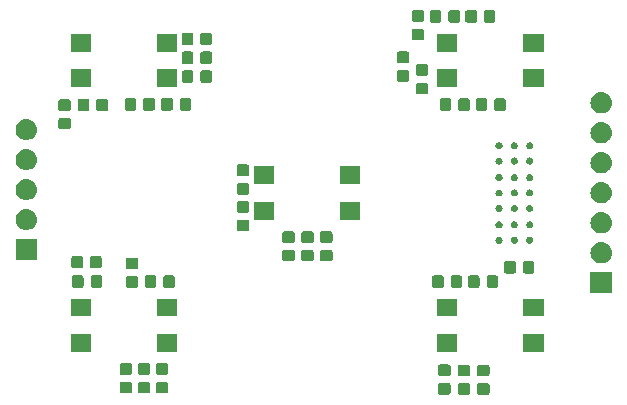
<source format=gbr>
G04 #@! TF.GenerationSoftware,KiCad,Pcbnew,(5.1.4)-1*
G04 #@! TF.CreationDate,2020-02-27T11:32:08-05:00*
G04 #@! TF.ProjectId,MotorcycleSwitch,4d6f746f-7263-4796-936c-655377697463,rev?*
G04 #@! TF.SameCoordinates,Original*
G04 #@! TF.FileFunction,Soldermask,Bot*
G04 #@! TF.FilePolarity,Negative*
%FSLAX46Y46*%
G04 Gerber Fmt 4.6, Leading zero omitted, Abs format (unit mm)*
G04 Created by KiCad (PCBNEW (5.1.4)-1) date 2020-02-27 11:32:08*
%MOMM*%
%LPD*%
G04 APERTURE LIST*
%ADD10C,0.100000*%
G04 APERTURE END LIST*
D10*
G36*
X163779591Y-117315585D02*
G01*
X163813569Y-117325893D01*
X163844890Y-117342634D01*
X163872339Y-117365161D01*
X163894866Y-117392610D01*
X163911607Y-117423931D01*
X163921915Y-117457909D01*
X163926000Y-117499390D01*
X163926000Y-118100610D01*
X163921915Y-118142091D01*
X163911607Y-118176069D01*
X163894866Y-118207390D01*
X163872339Y-118234839D01*
X163844890Y-118257366D01*
X163813569Y-118274107D01*
X163779591Y-118284415D01*
X163738110Y-118288500D01*
X163061890Y-118288500D01*
X163020409Y-118284415D01*
X162986431Y-118274107D01*
X162955110Y-118257366D01*
X162927661Y-118234839D01*
X162905134Y-118207390D01*
X162888393Y-118176069D01*
X162878085Y-118142091D01*
X162874000Y-118100610D01*
X162874000Y-117499390D01*
X162878085Y-117457909D01*
X162888393Y-117423931D01*
X162905134Y-117392610D01*
X162927661Y-117365161D01*
X162955110Y-117342634D01*
X162986431Y-117325893D01*
X163020409Y-117315585D01*
X163061890Y-117311500D01*
X163738110Y-117311500D01*
X163779591Y-117315585D01*
X163779591Y-117315585D01*
G37*
G36*
X162129591Y-117315585D02*
G01*
X162163569Y-117325893D01*
X162194890Y-117342634D01*
X162222339Y-117365161D01*
X162244866Y-117392610D01*
X162261607Y-117423931D01*
X162271915Y-117457909D01*
X162276000Y-117499390D01*
X162276000Y-118100610D01*
X162271915Y-118142091D01*
X162261607Y-118176069D01*
X162244866Y-118207390D01*
X162222339Y-118234839D01*
X162194890Y-118257366D01*
X162163569Y-118274107D01*
X162129591Y-118284415D01*
X162088110Y-118288500D01*
X161411890Y-118288500D01*
X161370409Y-118284415D01*
X161336431Y-118274107D01*
X161305110Y-118257366D01*
X161277661Y-118234839D01*
X161255134Y-118207390D01*
X161238393Y-118176069D01*
X161228085Y-118142091D01*
X161224000Y-118100610D01*
X161224000Y-117499390D01*
X161228085Y-117457909D01*
X161238393Y-117423931D01*
X161255134Y-117392610D01*
X161277661Y-117365161D01*
X161305110Y-117342634D01*
X161336431Y-117325893D01*
X161370409Y-117315585D01*
X161411890Y-117311500D01*
X162088110Y-117311500D01*
X162129591Y-117315585D01*
X162129591Y-117315585D01*
G37*
G36*
X160479591Y-117303085D02*
G01*
X160513569Y-117313393D01*
X160544890Y-117330134D01*
X160572339Y-117352661D01*
X160594866Y-117380110D01*
X160611607Y-117411431D01*
X160621915Y-117445409D01*
X160626000Y-117486890D01*
X160626000Y-118088110D01*
X160621915Y-118129591D01*
X160611607Y-118163569D01*
X160594866Y-118194890D01*
X160572339Y-118222339D01*
X160544890Y-118244866D01*
X160513569Y-118261607D01*
X160479591Y-118271915D01*
X160438110Y-118276000D01*
X159761890Y-118276000D01*
X159720409Y-118271915D01*
X159686431Y-118261607D01*
X159655110Y-118244866D01*
X159627661Y-118222339D01*
X159605134Y-118194890D01*
X159588393Y-118163569D01*
X159578085Y-118129591D01*
X159574000Y-118088110D01*
X159574000Y-117486890D01*
X159578085Y-117445409D01*
X159588393Y-117411431D01*
X159605134Y-117380110D01*
X159627661Y-117352661D01*
X159655110Y-117330134D01*
X159686431Y-117313393D01*
X159720409Y-117303085D01*
X159761890Y-117299000D01*
X160438110Y-117299000D01*
X160479591Y-117303085D01*
X160479591Y-117303085D01*
G37*
G36*
X133504591Y-117203085D02*
G01*
X133538569Y-117213393D01*
X133569890Y-117230134D01*
X133597339Y-117252661D01*
X133619866Y-117280110D01*
X133636607Y-117311431D01*
X133646915Y-117345409D01*
X133651000Y-117386890D01*
X133651000Y-117988110D01*
X133646915Y-118029591D01*
X133636607Y-118063569D01*
X133619866Y-118094890D01*
X133597339Y-118122339D01*
X133569890Y-118144866D01*
X133538569Y-118161607D01*
X133504591Y-118171915D01*
X133463110Y-118176000D01*
X132786890Y-118176000D01*
X132745409Y-118171915D01*
X132711431Y-118161607D01*
X132680110Y-118144866D01*
X132652661Y-118122339D01*
X132630134Y-118094890D01*
X132613393Y-118063569D01*
X132603085Y-118029591D01*
X132599000Y-117988110D01*
X132599000Y-117386890D01*
X132603085Y-117345409D01*
X132613393Y-117311431D01*
X132630134Y-117280110D01*
X132652661Y-117252661D01*
X132680110Y-117230134D01*
X132711431Y-117213393D01*
X132745409Y-117203085D01*
X132786890Y-117199000D01*
X133463110Y-117199000D01*
X133504591Y-117203085D01*
X133504591Y-117203085D01*
G37*
G36*
X135054591Y-117203085D02*
G01*
X135088569Y-117213393D01*
X135119890Y-117230134D01*
X135147339Y-117252661D01*
X135169866Y-117280110D01*
X135186607Y-117311431D01*
X135196915Y-117345409D01*
X135201000Y-117386890D01*
X135201000Y-117988110D01*
X135196915Y-118029591D01*
X135186607Y-118063569D01*
X135169866Y-118094890D01*
X135147339Y-118122339D01*
X135119890Y-118144866D01*
X135088569Y-118161607D01*
X135054591Y-118171915D01*
X135013110Y-118176000D01*
X134336890Y-118176000D01*
X134295409Y-118171915D01*
X134261431Y-118161607D01*
X134230110Y-118144866D01*
X134202661Y-118122339D01*
X134180134Y-118094890D01*
X134163393Y-118063569D01*
X134153085Y-118029591D01*
X134149000Y-117988110D01*
X134149000Y-117386890D01*
X134153085Y-117345409D01*
X134163393Y-117311431D01*
X134180134Y-117280110D01*
X134202661Y-117252661D01*
X134230110Y-117230134D01*
X134261431Y-117213393D01*
X134295409Y-117203085D01*
X134336890Y-117199000D01*
X135013110Y-117199000D01*
X135054591Y-117203085D01*
X135054591Y-117203085D01*
G37*
G36*
X136579591Y-117203085D02*
G01*
X136613569Y-117213393D01*
X136644890Y-117230134D01*
X136672339Y-117252661D01*
X136694866Y-117280110D01*
X136711607Y-117311431D01*
X136721915Y-117345409D01*
X136726000Y-117386890D01*
X136726000Y-117988110D01*
X136721915Y-118029591D01*
X136711607Y-118063569D01*
X136694866Y-118094890D01*
X136672339Y-118122339D01*
X136644890Y-118144866D01*
X136613569Y-118161607D01*
X136579591Y-118171915D01*
X136538110Y-118176000D01*
X135861890Y-118176000D01*
X135820409Y-118171915D01*
X135786431Y-118161607D01*
X135755110Y-118144866D01*
X135727661Y-118122339D01*
X135705134Y-118094890D01*
X135688393Y-118063569D01*
X135678085Y-118029591D01*
X135674000Y-117988110D01*
X135674000Y-117386890D01*
X135678085Y-117345409D01*
X135688393Y-117311431D01*
X135705134Y-117280110D01*
X135727661Y-117252661D01*
X135755110Y-117230134D01*
X135786431Y-117213393D01*
X135820409Y-117203085D01*
X135861890Y-117199000D01*
X136538110Y-117199000D01*
X136579591Y-117203085D01*
X136579591Y-117203085D01*
G37*
G36*
X162129591Y-115740585D02*
G01*
X162163569Y-115750893D01*
X162194890Y-115767634D01*
X162222339Y-115790161D01*
X162244866Y-115817610D01*
X162261607Y-115848931D01*
X162271915Y-115882909D01*
X162276000Y-115924390D01*
X162276000Y-116525610D01*
X162271915Y-116567091D01*
X162261607Y-116601069D01*
X162244866Y-116632390D01*
X162222339Y-116659839D01*
X162194890Y-116682366D01*
X162163569Y-116699107D01*
X162129591Y-116709415D01*
X162088110Y-116713500D01*
X161411890Y-116713500D01*
X161370409Y-116709415D01*
X161336431Y-116699107D01*
X161305110Y-116682366D01*
X161277661Y-116659839D01*
X161255134Y-116632390D01*
X161238393Y-116601069D01*
X161228085Y-116567091D01*
X161224000Y-116525610D01*
X161224000Y-115924390D01*
X161228085Y-115882909D01*
X161238393Y-115848931D01*
X161255134Y-115817610D01*
X161277661Y-115790161D01*
X161305110Y-115767634D01*
X161336431Y-115750893D01*
X161370409Y-115740585D01*
X161411890Y-115736500D01*
X162088110Y-115736500D01*
X162129591Y-115740585D01*
X162129591Y-115740585D01*
G37*
G36*
X163779591Y-115740585D02*
G01*
X163813569Y-115750893D01*
X163844890Y-115767634D01*
X163872339Y-115790161D01*
X163894866Y-115817610D01*
X163911607Y-115848931D01*
X163921915Y-115882909D01*
X163926000Y-115924390D01*
X163926000Y-116525610D01*
X163921915Y-116567091D01*
X163911607Y-116601069D01*
X163894866Y-116632390D01*
X163872339Y-116659839D01*
X163844890Y-116682366D01*
X163813569Y-116699107D01*
X163779591Y-116709415D01*
X163738110Y-116713500D01*
X163061890Y-116713500D01*
X163020409Y-116709415D01*
X162986431Y-116699107D01*
X162955110Y-116682366D01*
X162927661Y-116659839D01*
X162905134Y-116632390D01*
X162888393Y-116601069D01*
X162878085Y-116567091D01*
X162874000Y-116525610D01*
X162874000Y-115924390D01*
X162878085Y-115882909D01*
X162888393Y-115848931D01*
X162905134Y-115817610D01*
X162927661Y-115790161D01*
X162955110Y-115767634D01*
X162986431Y-115750893D01*
X163020409Y-115740585D01*
X163061890Y-115736500D01*
X163738110Y-115736500D01*
X163779591Y-115740585D01*
X163779591Y-115740585D01*
G37*
G36*
X160479591Y-115728085D02*
G01*
X160513569Y-115738393D01*
X160544890Y-115755134D01*
X160572339Y-115777661D01*
X160594866Y-115805110D01*
X160611607Y-115836431D01*
X160621915Y-115870409D01*
X160626000Y-115911890D01*
X160626000Y-116513110D01*
X160621915Y-116554591D01*
X160611607Y-116588569D01*
X160594866Y-116619890D01*
X160572339Y-116647339D01*
X160544890Y-116669866D01*
X160513569Y-116686607D01*
X160479591Y-116696915D01*
X160438110Y-116701000D01*
X159761890Y-116701000D01*
X159720409Y-116696915D01*
X159686431Y-116686607D01*
X159655110Y-116669866D01*
X159627661Y-116647339D01*
X159605134Y-116619890D01*
X159588393Y-116588569D01*
X159578085Y-116554591D01*
X159574000Y-116513110D01*
X159574000Y-115911890D01*
X159578085Y-115870409D01*
X159588393Y-115836431D01*
X159605134Y-115805110D01*
X159627661Y-115777661D01*
X159655110Y-115755134D01*
X159686431Y-115738393D01*
X159720409Y-115728085D01*
X159761890Y-115724000D01*
X160438110Y-115724000D01*
X160479591Y-115728085D01*
X160479591Y-115728085D01*
G37*
G36*
X135054591Y-115628085D02*
G01*
X135088569Y-115638393D01*
X135119890Y-115655134D01*
X135147339Y-115677661D01*
X135169866Y-115705110D01*
X135186607Y-115736431D01*
X135196915Y-115770409D01*
X135201000Y-115811890D01*
X135201000Y-116413110D01*
X135196915Y-116454591D01*
X135186607Y-116488569D01*
X135169866Y-116519890D01*
X135147339Y-116547339D01*
X135119890Y-116569866D01*
X135088569Y-116586607D01*
X135054591Y-116596915D01*
X135013110Y-116601000D01*
X134336890Y-116601000D01*
X134295409Y-116596915D01*
X134261431Y-116586607D01*
X134230110Y-116569866D01*
X134202661Y-116547339D01*
X134180134Y-116519890D01*
X134163393Y-116488569D01*
X134153085Y-116454591D01*
X134149000Y-116413110D01*
X134149000Y-115811890D01*
X134153085Y-115770409D01*
X134163393Y-115736431D01*
X134180134Y-115705110D01*
X134202661Y-115677661D01*
X134230110Y-115655134D01*
X134261431Y-115638393D01*
X134295409Y-115628085D01*
X134336890Y-115624000D01*
X135013110Y-115624000D01*
X135054591Y-115628085D01*
X135054591Y-115628085D01*
G37*
G36*
X136579591Y-115628085D02*
G01*
X136613569Y-115638393D01*
X136644890Y-115655134D01*
X136672339Y-115677661D01*
X136694866Y-115705110D01*
X136711607Y-115736431D01*
X136721915Y-115770409D01*
X136726000Y-115811890D01*
X136726000Y-116413110D01*
X136721915Y-116454591D01*
X136711607Y-116488569D01*
X136694866Y-116519890D01*
X136672339Y-116547339D01*
X136644890Y-116569866D01*
X136613569Y-116586607D01*
X136579591Y-116596915D01*
X136538110Y-116601000D01*
X135861890Y-116601000D01*
X135820409Y-116596915D01*
X135786431Y-116586607D01*
X135755110Y-116569866D01*
X135727661Y-116547339D01*
X135705134Y-116519890D01*
X135688393Y-116488569D01*
X135678085Y-116454591D01*
X135674000Y-116413110D01*
X135674000Y-115811890D01*
X135678085Y-115770409D01*
X135688393Y-115736431D01*
X135705134Y-115705110D01*
X135727661Y-115677661D01*
X135755110Y-115655134D01*
X135786431Y-115638393D01*
X135820409Y-115628085D01*
X135861890Y-115624000D01*
X136538110Y-115624000D01*
X136579591Y-115628085D01*
X136579591Y-115628085D01*
G37*
G36*
X133504591Y-115628085D02*
G01*
X133538569Y-115638393D01*
X133569890Y-115655134D01*
X133597339Y-115677661D01*
X133619866Y-115705110D01*
X133636607Y-115736431D01*
X133646915Y-115770409D01*
X133651000Y-115811890D01*
X133651000Y-116413110D01*
X133646915Y-116454591D01*
X133636607Y-116488569D01*
X133619866Y-116519890D01*
X133597339Y-116547339D01*
X133569890Y-116569866D01*
X133538569Y-116586607D01*
X133504591Y-116596915D01*
X133463110Y-116601000D01*
X132786890Y-116601000D01*
X132745409Y-116596915D01*
X132711431Y-116586607D01*
X132680110Y-116569866D01*
X132652661Y-116547339D01*
X132630134Y-116519890D01*
X132613393Y-116488569D01*
X132603085Y-116454591D01*
X132599000Y-116413110D01*
X132599000Y-115811890D01*
X132603085Y-115770409D01*
X132613393Y-115736431D01*
X132630134Y-115705110D01*
X132652661Y-115677661D01*
X132680110Y-115655134D01*
X132711431Y-115638393D01*
X132745409Y-115628085D01*
X132786890Y-115624000D01*
X133463110Y-115624000D01*
X133504591Y-115628085D01*
X133504591Y-115628085D01*
G37*
G36*
X130201000Y-114651000D02*
G01*
X128499000Y-114651000D01*
X128499000Y-113149000D01*
X130201000Y-113149000D01*
X130201000Y-114651000D01*
X130201000Y-114651000D01*
G37*
G36*
X137501000Y-114651000D02*
G01*
X135799000Y-114651000D01*
X135799000Y-113149000D01*
X137501000Y-113149000D01*
X137501000Y-114651000D01*
X137501000Y-114651000D01*
G37*
G36*
X161201000Y-114651000D02*
G01*
X159499000Y-114651000D01*
X159499000Y-113149000D01*
X161201000Y-113149000D01*
X161201000Y-114651000D01*
X161201000Y-114651000D01*
G37*
G36*
X168501000Y-114651000D02*
G01*
X166799000Y-114651000D01*
X166799000Y-113149000D01*
X168501000Y-113149000D01*
X168501000Y-114651000D01*
X168501000Y-114651000D01*
G37*
G36*
X130201000Y-111651000D02*
G01*
X128499000Y-111651000D01*
X128499000Y-110149000D01*
X130201000Y-110149000D01*
X130201000Y-111651000D01*
X130201000Y-111651000D01*
G37*
G36*
X168501000Y-111651000D02*
G01*
X166799000Y-111651000D01*
X166799000Y-110149000D01*
X168501000Y-110149000D01*
X168501000Y-111651000D01*
X168501000Y-111651000D01*
G37*
G36*
X137501000Y-111651000D02*
G01*
X135799000Y-111651000D01*
X135799000Y-110149000D01*
X137501000Y-110149000D01*
X137501000Y-111651000D01*
X137501000Y-111651000D01*
G37*
G36*
X161201000Y-111651000D02*
G01*
X159499000Y-111651000D01*
X159499000Y-110149000D01*
X161201000Y-110149000D01*
X161201000Y-111651000D01*
X161201000Y-111651000D01*
G37*
G36*
X174276000Y-109701000D02*
G01*
X172474000Y-109701000D01*
X172474000Y-107899000D01*
X174276000Y-107899000D01*
X174276000Y-109701000D01*
X174276000Y-109701000D01*
G37*
G36*
X164509591Y-108190085D02*
G01*
X164543569Y-108200393D01*
X164574890Y-108217134D01*
X164602339Y-108239661D01*
X164624866Y-108267110D01*
X164641607Y-108298431D01*
X164651915Y-108332409D01*
X164656000Y-108373890D01*
X164656000Y-109050110D01*
X164651915Y-109091591D01*
X164641607Y-109125569D01*
X164624866Y-109156890D01*
X164602339Y-109184339D01*
X164574890Y-109206866D01*
X164543569Y-109223607D01*
X164509591Y-109233915D01*
X164468110Y-109238000D01*
X163866890Y-109238000D01*
X163825409Y-109233915D01*
X163791431Y-109223607D01*
X163760110Y-109206866D01*
X163732661Y-109184339D01*
X163710134Y-109156890D01*
X163693393Y-109125569D01*
X163683085Y-109091591D01*
X163679000Y-109050110D01*
X163679000Y-108373890D01*
X163683085Y-108332409D01*
X163693393Y-108298431D01*
X163710134Y-108267110D01*
X163732661Y-108239661D01*
X163760110Y-108217134D01*
X163791431Y-108200393D01*
X163825409Y-108190085D01*
X163866890Y-108186000D01*
X164468110Y-108186000D01*
X164509591Y-108190085D01*
X164509591Y-108190085D01*
G37*
G36*
X161467091Y-108190085D02*
G01*
X161501069Y-108200393D01*
X161532390Y-108217134D01*
X161559839Y-108239661D01*
X161582366Y-108267110D01*
X161599107Y-108298431D01*
X161609415Y-108332409D01*
X161613500Y-108373890D01*
X161613500Y-109050110D01*
X161609415Y-109091591D01*
X161599107Y-109125569D01*
X161582366Y-109156890D01*
X161559839Y-109184339D01*
X161532390Y-109206866D01*
X161501069Y-109223607D01*
X161467091Y-109233915D01*
X161425610Y-109238000D01*
X160824390Y-109238000D01*
X160782909Y-109233915D01*
X160748931Y-109223607D01*
X160717610Y-109206866D01*
X160690161Y-109184339D01*
X160667634Y-109156890D01*
X160650893Y-109125569D01*
X160640585Y-109091591D01*
X160636500Y-109050110D01*
X160636500Y-108373890D01*
X160640585Y-108332409D01*
X160650893Y-108298431D01*
X160667634Y-108267110D01*
X160690161Y-108239661D01*
X160717610Y-108217134D01*
X160748931Y-108200393D01*
X160782909Y-108190085D01*
X160824390Y-108186000D01*
X161425610Y-108186000D01*
X161467091Y-108190085D01*
X161467091Y-108190085D01*
G37*
G36*
X159892091Y-108190085D02*
G01*
X159926069Y-108200393D01*
X159957390Y-108217134D01*
X159984839Y-108239661D01*
X160007366Y-108267110D01*
X160024107Y-108298431D01*
X160034415Y-108332409D01*
X160038500Y-108373890D01*
X160038500Y-109050110D01*
X160034415Y-109091591D01*
X160024107Y-109125569D01*
X160007366Y-109156890D01*
X159984839Y-109184339D01*
X159957390Y-109206866D01*
X159926069Y-109223607D01*
X159892091Y-109233915D01*
X159850610Y-109238000D01*
X159249390Y-109238000D01*
X159207909Y-109233915D01*
X159173931Y-109223607D01*
X159142610Y-109206866D01*
X159115161Y-109184339D01*
X159092634Y-109156890D01*
X159075893Y-109125569D01*
X159065585Y-109091591D01*
X159061500Y-109050110D01*
X159061500Y-108373890D01*
X159065585Y-108332409D01*
X159075893Y-108298431D01*
X159092634Y-108267110D01*
X159115161Y-108239661D01*
X159142610Y-108217134D01*
X159173931Y-108200393D01*
X159207909Y-108190085D01*
X159249390Y-108186000D01*
X159850610Y-108186000D01*
X159892091Y-108190085D01*
X159892091Y-108190085D01*
G37*
G36*
X162934591Y-108190085D02*
G01*
X162968569Y-108200393D01*
X162999890Y-108217134D01*
X163027339Y-108239661D01*
X163049866Y-108267110D01*
X163066607Y-108298431D01*
X163076915Y-108332409D01*
X163081000Y-108373890D01*
X163081000Y-109050110D01*
X163076915Y-109091591D01*
X163066607Y-109125569D01*
X163049866Y-109156890D01*
X163027339Y-109184339D01*
X162999890Y-109206866D01*
X162968569Y-109223607D01*
X162934591Y-109233915D01*
X162893110Y-109238000D01*
X162291890Y-109238000D01*
X162250409Y-109233915D01*
X162216431Y-109223607D01*
X162185110Y-109206866D01*
X162157661Y-109184339D01*
X162135134Y-109156890D01*
X162118393Y-109125569D01*
X162108085Y-109091591D01*
X162104000Y-109050110D01*
X162104000Y-108373890D01*
X162108085Y-108332409D01*
X162118393Y-108298431D01*
X162135134Y-108267110D01*
X162157661Y-108239661D01*
X162185110Y-108217134D01*
X162216431Y-108200393D01*
X162250409Y-108190085D01*
X162291890Y-108186000D01*
X162893110Y-108186000D01*
X162934591Y-108190085D01*
X162934591Y-108190085D01*
G37*
G36*
X137129591Y-108178085D02*
G01*
X137163569Y-108188393D01*
X137194890Y-108205134D01*
X137222339Y-108227661D01*
X137244866Y-108255110D01*
X137261607Y-108286431D01*
X137271915Y-108320409D01*
X137276000Y-108361890D01*
X137276000Y-109038110D01*
X137271915Y-109079591D01*
X137261607Y-109113569D01*
X137244866Y-109144890D01*
X137222339Y-109172339D01*
X137194890Y-109194866D01*
X137163569Y-109211607D01*
X137129591Y-109221915D01*
X137088110Y-109226000D01*
X136486890Y-109226000D01*
X136445409Y-109221915D01*
X136411431Y-109211607D01*
X136380110Y-109194866D01*
X136352661Y-109172339D01*
X136330134Y-109144890D01*
X136313393Y-109113569D01*
X136303085Y-109079591D01*
X136299000Y-109038110D01*
X136299000Y-108361890D01*
X136303085Y-108320409D01*
X136313393Y-108286431D01*
X136330134Y-108255110D01*
X136352661Y-108227661D01*
X136380110Y-108205134D01*
X136411431Y-108188393D01*
X136445409Y-108178085D01*
X136486890Y-108174000D01*
X137088110Y-108174000D01*
X137129591Y-108178085D01*
X137129591Y-108178085D01*
G37*
G36*
X135554591Y-108178085D02*
G01*
X135588569Y-108188393D01*
X135619890Y-108205134D01*
X135647339Y-108227661D01*
X135669866Y-108255110D01*
X135686607Y-108286431D01*
X135696915Y-108320409D01*
X135701000Y-108361890D01*
X135701000Y-109038110D01*
X135696915Y-109079591D01*
X135686607Y-109113569D01*
X135669866Y-109144890D01*
X135647339Y-109172339D01*
X135619890Y-109194866D01*
X135588569Y-109211607D01*
X135554591Y-109221915D01*
X135513110Y-109226000D01*
X134911890Y-109226000D01*
X134870409Y-109221915D01*
X134836431Y-109211607D01*
X134805110Y-109194866D01*
X134777661Y-109172339D01*
X134755134Y-109144890D01*
X134738393Y-109113569D01*
X134728085Y-109079591D01*
X134724000Y-109038110D01*
X134724000Y-108361890D01*
X134728085Y-108320409D01*
X134738393Y-108286431D01*
X134755134Y-108255110D01*
X134777661Y-108227661D01*
X134805110Y-108205134D01*
X134836431Y-108188393D01*
X134870409Y-108178085D01*
X134911890Y-108174000D01*
X135513110Y-108174000D01*
X135554591Y-108178085D01*
X135554591Y-108178085D01*
G37*
G36*
X134029591Y-108253085D02*
G01*
X134063569Y-108263393D01*
X134094890Y-108280134D01*
X134122339Y-108302661D01*
X134144866Y-108330110D01*
X134161607Y-108361431D01*
X134171915Y-108395409D01*
X134176000Y-108436890D01*
X134176000Y-109038110D01*
X134171915Y-109079591D01*
X134161607Y-109113569D01*
X134144866Y-109144890D01*
X134122339Y-109172339D01*
X134094890Y-109194866D01*
X134063569Y-109211607D01*
X134029591Y-109221915D01*
X133988110Y-109226000D01*
X133311890Y-109226000D01*
X133270409Y-109221915D01*
X133236431Y-109211607D01*
X133205110Y-109194866D01*
X133177661Y-109172339D01*
X133155134Y-109144890D01*
X133138393Y-109113569D01*
X133128085Y-109079591D01*
X133124000Y-109038110D01*
X133124000Y-108436890D01*
X133128085Y-108395409D01*
X133138393Y-108361431D01*
X133155134Y-108330110D01*
X133177661Y-108302661D01*
X133205110Y-108280134D01*
X133236431Y-108263393D01*
X133270409Y-108253085D01*
X133311890Y-108249000D01*
X133988110Y-108249000D01*
X134029591Y-108253085D01*
X134029591Y-108253085D01*
G37*
G36*
X130979591Y-108178085D02*
G01*
X131013569Y-108188393D01*
X131044890Y-108205134D01*
X131072339Y-108227661D01*
X131094866Y-108255110D01*
X131111607Y-108286431D01*
X131121915Y-108320409D01*
X131126000Y-108361890D01*
X131126000Y-109038110D01*
X131121915Y-109079591D01*
X131111607Y-109113569D01*
X131094866Y-109144890D01*
X131072339Y-109172339D01*
X131044890Y-109194866D01*
X131013569Y-109211607D01*
X130979591Y-109221915D01*
X130938110Y-109226000D01*
X130336890Y-109226000D01*
X130295409Y-109221915D01*
X130261431Y-109211607D01*
X130230110Y-109194866D01*
X130202661Y-109172339D01*
X130180134Y-109144890D01*
X130163393Y-109113569D01*
X130153085Y-109079591D01*
X130149000Y-109038110D01*
X130149000Y-108361890D01*
X130153085Y-108320409D01*
X130163393Y-108286431D01*
X130180134Y-108255110D01*
X130202661Y-108227661D01*
X130230110Y-108205134D01*
X130261431Y-108188393D01*
X130295409Y-108178085D01*
X130336890Y-108174000D01*
X130938110Y-108174000D01*
X130979591Y-108178085D01*
X130979591Y-108178085D01*
G37*
G36*
X129404591Y-108178085D02*
G01*
X129438569Y-108188393D01*
X129469890Y-108205134D01*
X129497339Y-108227661D01*
X129519866Y-108255110D01*
X129536607Y-108286431D01*
X129546915Y-108320409D01*
X129551000Y-108361890D01*
X129551000Y-109038110D01*
X129546915Y-109079591D01*
X129536607Y-109113569D01*
X129519866Y-109144890D01*
X129497339Y-109172339D01*
X129469890Y-109194866D01*
X129438569Y-109211607D01*
X129404591Y-109221915D01*
X129363110Y-109226000D01*
X128761890Y-109226000D01*
X128720409Y-109221915D01*
X128686431Y-109211607D01*
X128655110Y-109194866D01*
X128627661Y-109172339D01*
X128605134Y-109144890D01*
X128588393Y-109113569D01*
X128578085Y-109079591D01*
X128574000Y-109038110D01*
X128574000Y-108361890D01*
X128578085Y-108320409D01*
X128588393Y-108286431D01*
X128605134Y-108255110D01*
X128627661Y-108227661D01*
X128655110Y-108205134D01*
X128686431Y-108188393D01*
X128720409Y-108178085D01*
X128761890Y-108174000D01*
X129363110Y-108174000D01*
X129404591Y-108178085D01*
X129404591Y-108178085D01*
G37*
G36*
X166004591Y-106978085D02*
G01*
X166038569Y-106988393D01*
X166069890Y-107005134D01*
X166097339Y-107027661D01*
X166119866Y-107055110D01*
X166136607Y-107086431D01*
X166146915Y-107120409D01*
X166151000Y-107161890D01*
X166151000Y-107838110D01*
X166146915Y-107879591D01*
X166136607Y-107913569D01*
X166119866Y-107944890D01*
X166097339Y-107972339D01*
X166069890Y-107994866D01*
X166038569Y-108011607D01*
X166004591Y-108021915D01*
X165963110Y-108026000D01*
X165361890Y-108026000D01*
X165320409Y-108021915D01*
X165286431Y-108011607D01*
X165255110Y-107994866D01*
X165227661Y-107972339D01*
X165205134Y-107944890D01*
X165188393Y-107913569D01*
X165178085Y-107879591D01*
X165174000Y-107838110D01*
X165174000Y-107161890D01*
X165178085Y-107120409D01*
X165188393Y-107086431D01*
X165205134Y-107055110D01*
X165227661Y-107027661D01*
X165255110Y-107005134D01*
X165286431Y-106988393D01*
X165320409Y-106978085D01*
X165361890Y-106974000D01*
X165963110Y-106974000D01*
X166004591Y-106978085D01*
X166004591Y-106978085D01*
G37*
G36*
X167579591Y-106978085D02*
G01*
X167613569Y-106988393D01*
X167644890Y-107005134D01*
X167672339Y-107027661D01*
X167694866Y-107055110D01*
X167711607Y-107086431D01*
X167721915Y-107120409D01*
X167726000Y-107161890D01*
X167726000Y-107838110D01*
X167721915Y-107879591D01*
X167711607Y-107913569D01*
X167694866Y-107944890D01*
X167672339Y-107972339D01*
X167644890Y-107994866D01*
X167613569Y-108011607D01*
X167579591Y-108021915D01*
X167538110Y-108026000D01*
X166936890Y-108026000D01*
X166895409Y-108021915D01*
X166861431Y-108011607D01*
X166830110Y-107994866D01*
X166802661Y-107972339D01*
X166780134Y-107944890D01*
X166763393Y-107913569D01*
X166753085Y-107879591D01*
X166749000Y-107838110D01*
X166749000Y-107161890D01*
X166753085Y-107120409D01*
X166763393Y-107086431D01*
X166780134Y-107055110D01*
X166802661Y-107027661D01*
X166830110Y-107005134D01*
X166861431Y-106988393D01*
X166895409Y-106978085D01*
X166936890Y-106974000D01*
X167538110Y-106974000D01*
X167579591Y-106978085D01*
X167579591Y-106978085D01*
G37*
G36*
X134029591Y-106678085D02*
G01*
X134063569Y-106688393D01*
X134094890Y-106705134D01*
X134122339Y-106727661D01*
X134144866Y-106755110D01*
X134161607Y-106786431D01*
X134171915Y-106820409D01*
X134176000Y-106861890D01*
X134176000Y-107463110D01*
X134171915Y-107504591D01*
X134161607Y-107538569D01*
X134144866Y-107569890D01*
X134122339Y-107597339D01*
X134094890Y-107619866D01*
X134063569Y-107636607D01*
X134029591Y-107646915D01*
X133988110Y-107651000D01*
X133311890Y-107651000D01*
X133270409Y-107646915D01*
X133236431Y-107636607D01*
X133205110Y-107619866D01*
X133177661Y-107597339D01*
X133155134Y-107569890D01*
X133138393Y-107538569D01*
X133128085Y-107504591D01*
X133124000Y-107463110D01*
X133124000Y-106861890D01*
X133128085Y-106820409D01*
X133138393Y-106786431D01*
X133155134Y-106755110D01*
X133177661Y-106727661D01*
X133205110Y-106705134D01*
X133236431Y-106688393D01*
X133270409Y-106678085D01*
X133311890Y-106674000D01*
X133988110Y-106674000D01*
X134029591Y-106678085D01*
X134029591Y-106678085D01*
G37*
G36*
X129354591Y-106528085D02*
G01*
X129388569Y-106538393D01*
X129419890Y-106555134D01*
X129447339Y-106577661D01*
X129469866Y-106605110D01*
X129486607Y-106636431D01*
X129496915Y-106670409D01*
X129501000Y-106711890D01*
X129501000Y-107388110D01*
X129496915Y-107429591D01*
X129486607Y-107463569D01*
X129469866Y-107494890D01*
X129447339Y-107522339D01*
X129419890Y-107544866D01*
X129388569Y-107561607D01*
X129354591Y-107571915D01*
X129313110Y-107576000D01*
X128711890Y-107576000D01*
X128670409Y-107571915D01*
X128636431Y-107561607D01*
X128605110Y-107544866D01*
X128577661Y-107522339D01*
X128555134Y-107494890D01*
X128538393Y-107463569D01*
X128528085Y-107429591D01*
X128524000Y-107388110D01*
X128524000Y-106711890D01*
X128528085Y-106670409D01*
X128538393Y-106636431D01*
X128555134Y-106605110D01*
X128577661Y-106577661D01*
X128605110Y-106555134D01*
X128636431Y-106538393D01*
X128670409Y-106528085D01*
X128711890Y-106524000D01*
X129313110Y-106524000D01*
X129354591Y-106528085D01*
X129354591Y-106528085D01*
G37*
G36*
X130929591Y-106528085D02*
G01*
X130963569Y-106538393D01*
X130994890Y-106555134D01*
X131022339Y-106577661D01*
X131044866Y-106605110D01*
X131061607Y-106636431D01*
X131071915Y-106670409D01*
X131076000Y-106711890D01*
X131076000Y-107388110D01*
X131071915Y-107429591D01*
X131061607Y-107463569D01*
X131044866Y-107494890D01*
X131022339Y-107522339D01*
X130994890Y-107544866D01*
X130963569Y-107561607D01*
X130929591Y-107571915D01*
X130888110Y-107576000D01*
X130286890Y-107576000D01*
X130245409Y-107571915D01*
X130211431Y-107561607D01*
X130180110Y-107544866D01*
X130152661Y-107522339D01*
X130130134Y-107494890D01*
X130113393Y-107463569D01*
X130103085Y-107429591D01*
X130099000Y-107388110D01*
X130099000Y-106711890D01*
X130103085Y-106670409D01*
X130113393Y-106636431D01*
X130130134Y-106605110D01*
X130152661Y-106577661D01*
X130180110Y-106555134D01*
X130211431Y-106538393D01*
X130245409Y-106528085D01*
X130286890Y-106524000D01*
X130888110Y-106524000D01*
X130929591Y-106528085D01*
X130929591Y-106528085D01*
G37*
G36*
X173485442Y-105365518D02*
G01*
X173551627Y-105372037D01*
X173721466Y-105423557D01*
X173721468Y-105423558D01*
X173740631Y-105433801D01*
X173877991Y-105507222D01*
X173913729Y-105536552D01*
X174015186Y-105619814D01*
X174098448Y-105721271D01*
X174127778Y-105757009D01*
X174211443Y-105913534D01*
X174262963Y-106083373D01*
X174280359Y-106260000D01*
X174262963Y-106436627D01*
X174211854Y-106605110D01*
X174211442Y-106606468D01*
X174175345Y-106674000D01*
X174127778Y-106762991D01*
X174108541Y-106786431D01*
X174015186Y-106900186D01*
X173914997Y-106982408D01*
X173877991Y-107012778D01*
X173721466Y-107096443D01*
X173551627Y-107147963D01*
X173485442Y-107154482D01*
X173419260Y-107161000D01*
X173330740Y-107161000D01*
X173264558Y-107154482D01*
X173198373Y-107147963D01*
X173028534Y-107096443D01*
X172872009Y-107012778D01*
X172835003Y-106982408D01*
X172734814Y-106900186D01*
X172641459Y-106786431D01*
X172622222Y-106762991D01*
X172574655Y-106674000D01*
X172538558Y-106606468D01*
X172538146Y-106605110D01*
X172487037Y-106436627D01*
X172469641Y-106260000D01*
X172487037Y-106083373D01*
X172538557Y-105913534D01*
X172622222Y-105757009D01*
X172651552Y-105721271D01*
X172734814Y-105619814D01*
X172836271Y-105536552D01*
X172872009Y-105507222D01*
X173009369Y-105433801D01*
X173028532Y-105423558D01*
X173028534Y-105423557D01*
X173198373Y-105372037D01*
X173264558Y-105365518D01*
X173330740Y-105359000D01*
X173419260Y-105359000D01*
X173485442Y-105365518D01*
X173485442Y-105365518D01*
G37*
G36*
X147286591Y-106028085D02*
G01*
X147320569Y-106038393D01*
X147351890Y-106055134D01*
X147379339Y-106077661D01*
X147401866Y-106105110D01*
X147418607Y-106136431D01*
X147428915Y-106170409D01*
X147433000Y-106211890D01*
X147433000Y-106813110D01*
X147428915Y-106854591D01*
X147418607Y-106888569D01*
X147401866Y-106919890D01*
X147379339Y-106947339D01*
X147351890Y-106969866D01*
X147320569Y-106986607D01*
X147286591Y-106996915D01*
X147245110Y-107001000D01*
X146568890Y-107001000D01*
X146527409Y-106996915D01*
X146493431Y-106986607D01*
X146462110Y-106969866D01*
X146434661Y-106947339D01*
X146412134Y-106919890D01*
X146395393Y-106888569D01*
X146385085Y-106854591D01*
X146381000Y-106813110D01*
X146381000Y-106211890D01*
X146385085Y-106170409D01*
X146395393Y-106136431D01*
X146412134Y-106105110D01*
X146434661Y-106077661D01*
X146462110Y-106055134D01*
X146493431Y-106038393D01*
X146527409Y-106028085D01*
X146568890Y-106024000D01*
X147245110Y-106024000D01*
X147286591Y-106028085D01*
X147286591Y-106028085D01*
G37*
G36*
X150486591Y-106028085D02*
G01*
X150520569Y-106038393D01*
X150551890Y-106055134D01*
X150579339Y-106077661D01*
X150601866Y-106105110D01*
X150618607Y-106136431D01*
X150628915Y-106170409D01*
X150633000Y-106211890D01*
X150633000Y-106813110D01*
X150628915Y-106854591D01*
X150618607Y-106888569D01*
X150601866Y-106919890D01*
X150579339Y-106947339D01*
X150551890Y-106969866D01*
X150520569Y-106986607D01*
X150486591Y-106996915D01*
X150445110Y-107001000D01*
X149768890Y-107001000D01*
X149727409Y-106996915D01*
X149693431Y-106986607D01*
X149662110Y-106969866D01*
X149634661Y-106947339D01*
X149612134Y-106919890D01*
X149595393Y-106888569D01*
X149585085Y-106854591D01*
X149581000Y-106813110D01*
X149581000Y-106211890D01*
X149585085Y-106170409D01*
X149595393Y-106136431D01*
X149612134Y-106105110D01*
X149634661Y-106077661D01*
X149662110Y-106055134D01*
X149693431Y-106038393D01*
X149727409Y-106028085D01*
X149768890Y-106024000D01*
X150445110Y-106024000D01*
X150486591Y-106028085D01*
X150486591Y-106028085D01*
G37*
G36*
X148886591Y-106028085D02*
G01*
X148920569Y-106038393D01*
X148951890Y-106055134D01*
X148979339Y-106077661D01*
X149001866Y-106105110D01*
X149018607Y-106136431D01*
X149028915Y-106170409D01*
X149033000Y-106211890D01*
X149033000Y-106813110D01*
X149028915Y-106854591D01*
X149018607Y-106888569D01*
X149001866Y-106919890D01*
X148979339Y-106947339D01*
X148951890Y-106969866D01*
X148920569Y-106986607D01*
X148886591Y-106996915D01*
X148845110Y-107001000D01*
X148168890Y-107001000D01*
X148127409Y-106996915D01*
X148093431Y-106986607D01*
X148062110Y-106969866D01*
X148034661Y-106947339D01*
X148012134Y-106919890D01*
X147995393Y-106888569D01*
X147985085Y-106854591D01*
X147981000Y-106813110D01*
X147981000Y-106211890D01*
X147985085Y-106170409D01*
X147995393Y-106136431D01*
X148012134Y-106105110D01*
X148034661Y-106077661D01*
X148062110Y-106055134D01*
X148093431Y-106038393D01*
X148127409Y-106028085D01*
X148168890Y-106024000D01*
X148845110Y-106024000D01*
X148886591Y-106028085D01*
X148886591Y-106028085D01*
G37*
G36*
X125601000Y-106901000D02*
G01*
X123799000Y-106901000D01*
X123799000Y-105099000D01*
X125601000Y-105099000D01*
X125601000Y-106901000D01*
X125601000Y-106901000D01*
G37*
G36*
X166112802Y-104910568D02*
G01*
X166167580Y-104933258D01*
X166216880Y-104966199D01*
X166258806Y-105008125D01*
X166291747Y-105057425D01*
X166314437Y-105112203D01*
X166326004Y-105170353D01*
X166326004Y-105229647D01*
X166314437Y-105287797D01*
X166291747Y-105342575D01*
X166258806Y-105391875D01*
X166216880Y-105433801D01*
X166167580Y-105466742D01*
X166112802Y-105489432D01*
X166054652Y-105500999D01*
X165995358Y-105500999D01*
X165937208Y-105489432D01*
X165882430Y-105466742D01*
X165833130Y-105433801D01*
X165791204Y-105391875D01*
X165758263Y-105342575D01*
X165735573Y-105287797D01*
X165724006Y-105229647D01*
X165724006Y-105170353D01*
X165735573Y-105112203D01*
X165758263Y-105057425D01*
X165791204Y-105008125D01*
X165833130Y-104966199D01*
X165882430Y-104933258D01*
X165937208Y-104910568D01*
X165995358Y-104899001D01*
X166054652Y-104899001D01*
X166112802Y-104910568D01*
X166112802Y-104910568D01*
G37*
G36*
X167412799Y-104910568D02*
G01*
X167467577Y-104933258D01*
X167516877Y-104966199D01*
X167558803Y-105008125D01*
X167591744Y-105057425D01*
X167614434Y-105112203D01*
X167626001Y-105170353D01*
X167626001Y-105229647D01*
X167614434Y-105287797D01*
X167591744Y-105342575D01*
X167558803Y-105391875D01*
X167516877Y-105433801D01*
X167467577Y-105466742D01*
X167412799Y-105489432D01*
X167354649Y-105500999D01*
X167295355Y-105500999D01*
X167237205Y-105489432D01*
X167182427Y-105466742D01*
X167133127Y-105433801D01*
X167091201Y-105391875D01*
X167058260Y-105342575D01*
X167035570Y-105287797D01*
X167024003Y-105229647D01*
X167024003Y-105170353D01*
X167035570Y-105112203D01*
X167058260Y-105057425D01*
X167091201Y-105008125D01*
X167133127Y-104966199D01*
X167182427Y-104933258D01*
X167237205Y-104910568D01*
X167295355Y-104899001D01*
X167354649Y-104899001D01*
X167412799Y-104910568D01*
X167412799Y-104910568D01*
G37*
G36*
X164812800Y-104910568D02*
G01*
X164867578Y-104933258D01*
X164916878Y-104966199D01*
X164958804Y-105008125D01*
X164991745Y-105057425D01*
X165014435Y-105112203D01*
X165026002Y-105170353D01*
X165026002Y-105229647D01*
X165014435Y-105287797D01*
X164991745Y-105342575D01*
X164958804Y-105391875D01*
X164916878Y-105433801D01*
X164867578Y-105466742D01*
X164812800Y-105489432D01*
X164754650Y-105500999D01*
X164695356Y-105500999D01*
X164637206Y-105489432D01*
X164582428Y-105466742D01*
X164533128Y-105433801D01*
X164491202Y-105391875D01*
X164458261Y-105342575D01*
X164435571Y-105287797D01*
X164424004Y-105229647D01*
X164424004Y-105170353D01*
X164435571Y-105112203D01*
X164458261Y-105057425D01*
X164491202Y-105008125D01*
X164533128Y-104966199D01*
X164582428Y-104933258D01*
X164637206Y-104910568D01*
X164695356Y-104899001D01*
X164754650Y-104899001D01*
X164812800Y-104910568D01*
X164812800Y-104910568D01*
G37*
G36*
X147286591Y-104453085D02*
G01*
X147320569Y-104463393D01*
X147351890Y-104480134D01*
X147379339Y-104502661D01*
X147401866Y-104530110D01*
X147418607Y-104561431D01*
X147428915Y-104595409D01*
X147433000Y-104636890D01*
X147433000Y-105238110D01*
X147428915Y-105279591D01*
X147418607Y-105313569D01*
X147401866Y-105344890D01*
X147379339Y-105372339D01*
X147351890Y-105394866D01*
X147320569Y-105411607D01*
X147286591Y-105421915D01*
X147245110Y-105426000D01*
X146568890Y-105426000D01*
X146527409Y-105421915D01*
X146493431Y-105411607D01*
X146462110Y-105394866D01*
X146434661Y-105372339D01*
X146412134Y-105344890D01*
X146395393Y-105313569D01*
X146385085Y-105279591D01*
X146381000Y-105238110D01*
X146381000Y-104636890D01*
X146385085Y-104595409D01*
X146395393Y-104561431D01*
X146412134Y-104530110D01*
X146434661Y-104502661D01*
X146462110Y-104480134D01*
X146493431Y-104463393D01*
X146527409Y-104453085D01*
X146568890Y-104449000D01*
X147245110Y-104449000D01*
X147286591Y-104453085D01*
X147286591Y-104453085D01*
G37*
G36*
X148886591Y-104453085D02*
G01*
X148920569Y-104463393D01*
X148951890Y-104480134D01*
X148979339Y-104502661D01*
X149001866Y-104530110D01*
X149018607Y-104561431D01*
X149028915Y-104595409D01*
X149033000Y-104636890D01*
X149033000Y-105238110D01*
X149028915Y-105279591D01*
X149018607Y-105313569D01*
X149001866Y-105344890D01*
X148979339Y-105372339D01*
X148951890Y-105394866D01*
X148920569Y-105411607D01*
X148886591Y-105421915D01*
X148845110Y-105426000D01*
X148168890Y-105426000D01*
X148127409Y-105421915D01*
X148093431Y-105411607D01*
X148062110Y-105394866D01*
X148034661Y-105372339D01*
X148012134Y-105344890D01*
X147995393Y-105313569D01*
X147985085Y-105279591D01*
X147981000Y-105238110D01*
X147981000Y-104636890D01*
X147985085Y-104595409D01*
X147995393Y-104561431D01*
X148012134Y-104530110D01*
X148034661Y-104502661D01*
X148062110Y-104480134D01*
X148093431Y-104463393D01*
X148127409Y-104453085D01*
X148168890Y-104449000D01*
X148845110Y-104449000D01*
X148886591Y-104453085D01*
X148886591Y-104453085D01*
G37*
G36*
X150486591Y-104453085D02*
G01*
X150520569Y-104463393D01*
X150551890Y-104480134D01*
X150579339Y-104502661D01*
X150601866Y-104530110D01*
X150618607Y-104561431D01*
X150628915Y-104595409D01*
X150633000Y-104636890D01*
X150633000Y-105238110D01*
X150628915Y-105279591D01*
X150618607Y-105313569D01*
X150601866Y-105344890D01*
X150579339Y-105372339D01*
X150551890Y-105394866D01*
X150520569Y-105411607D01*
X150486591Y-105421915D01*
X150445110Y-105426000D01*
X149768890Y-105426000D01*
X149727409Y-105421915D01*
X149693431Y-105411607D01*
X149662110Y-105394866D01*
X149634661Y-105372339D01*
X149612134Y-105344890D01*
X149595393Y-105313569D01*
X149585085Y-105279591D01*
X149581000Y-105238110D01*
X149581000Y-104636890D01*
X149585085Y-104595409D01*
X149595393Y-104561431D01*
X149612134Y-104530110D01*
X149634661Y-104502661D01*
X149662110Y-104480134D01*
X149693431Y-104463393D01*
X149727409Y-104453085D01*
X149768890Y-104449000D01*
X150445110Y-104449000D01*
X150486591Y-104453085D01*
X150486591Y-104453085D01*
G37*
G36*
X173485443Y-102825519D02*
G01*
X173551627Y-102832037D01*
X173721466Y-102883557D01*
X173877991Y-102967222D01*
X173913729Y-102996552D01*
X174015186Y-103079814D01*
X174098448Y-103181271D01*
X174127778Y-103217009D01*
X174211443Y-103373534D01*
X174262963Y-103543373D01*
X174280359Y-103720000D01*
X174262963Y-103896627D01*
X174211443Y-104066466D01*
X174127778Y-104222991D01*
X174109386Y-104245401D01*
X174015186Y-104360186D01*
X173915494Y-104442000D01*
X173877991Y-104472778D01*
X173721466Y-104556443D01*
X173551627Y-104607963D01*
X173485442Y-104614482D01*
X173419260Y-104621000D01*
X173330740Y-104621000D01*
X173264558Y-104614482D01*
X173198373Y-104607963D01*
X173028534Y-104556443D01*
X172872009Y-104472778D01*
X172834506Y-104442000D01*
X172734814Y-104360186D01*
X172640614Y-104245401D01*
X172622222Y-104222991D01*
X172538557Y-104066466D01*
X172487037Y-103896627D01*
X172469641Y-103720000D01*
X172487037Y-103543373D01*
X172538557Y-103373534D01*
X172622222Y-103217009D01*
X172651552Y-103181271D01*
X172734814Y-103079814D01*
X172836271Y-102996552D01*
X172872009Y-102967222D01*
X173028534Y-102883557D01*
X173198373Y-102832037D01*
X173264558Y-102825518D01*
X173330740Y-102819000D01*
X173419260Y-102819000D01*
X173485443Y-102825519D01*
X173485443Y-102825519D01*
G37*
G36*
X143431591Y-103469085D02*
G01*
X143465569Y-103479393D01*
X143496890Y-103496134D01*
X143524339Y-103518661D01*
X143546866Y-103546110D01*
X143563607Y-103577431D01*
X143573915Y-103611409D01*
X143578000Y-103652890D01*
X143578000Y-104254110D01*
X143573915Y-104295591D01*
X143563607Y-104329569D01*
X143546866Y-104360890D01*
X143524339Y-104388339D01*
X143496890Y-104410866D01*
X143465569Y-104427607D01*
X143431591Y-104437915D01*
X143390110Y-104442000D01*
X142713890Y-104442000D01*
X142672409Y-104437915D01*
X142638431Y-104427607D01*
X142607110Y-104410866D01*
X142579661Y-104388339D01*
X142557134Y-104360890D01*
X142540393Y-104329569D01*
X142530085Y-104295591D01*
X142526000Y-104254110D01*
X142526000Y-103652890D01*
X142530085Y-103611409D01*
X142540393Y-103577431D01*
X142557134Y-103546110D01*
X142579661Y-103518661D01*
X142607110Y-103496134D01*
X142638431Y-103479393D01*
X142672409Y-103469085D01*
X142713890Y-103465000D01*
X143390110Y-103465000D01*
X143431591Y-103469085D01*
X143431591Y-103469085D01*
G37*
G36*
X124810442Y-102565518D02*
G01*
X124876627Y-102572037D01*
X125046466Y-102623557D01*
X125202991Y-102707222D01*
X125219281Y-102720591D01*
X125340186Y-102819814D01*
X125423448Y-102921271D01*
X125452778Y-102957009D01*
X125536443Y-103113534D01*
X125587963Y-103283373D01*
X125605359Y-103460000D01*
X125587963Y-103636627D01*
X125551319Y-103757425D01*
X125536442Y-103806468D01*
X125502294Y-103870353D01*
X125452778Y-103962991D01*
X125432420Y-103987797D01*
X125340186Y-104100186D01*
X125259087Y-104166741D01*
X125202991Y-104212778D01*
X125202989Y-104212779D01*
X125056238Y-104291220D01*
X125046466Y-104296443D01*
X124876627Y-104347963D01*
X124810443Y-104354481D01*
X124744260Y-104361000D01*
X124655740Y-104361000D01*
X124589557Y-104354481D01*
X124523373Y-104347963D01*
X124353534Y-104296443D01*
X124343763Y-104291220D01*
X124197011Y-104212779D01*
X124197009Y-104212778D01*
X124140913Y-104166741D01*
X124059814Y-104100186D01*
X123967580Y-103987797D01*
X123947222Y-103962991D01*
X123897706Y-103870353D01*
X123863558Y-103806468D01*
X123848681Y-103757425D01*
X123812037Y-103636627D01*
X123794641Y-103460000D01*
X123812037Y-103283373D01*
X123863557Y-103113534D01*
X123947222Y-102957009D01*
X123976552Y-102921271D01*
X124059814Y-102819814D01*
X124180719Y-102720591D01*
X124197009Y-102707222D01*
X124353534Y-102623557D01*
X124523373Y-102572037D01*
X124589558Y-102565518D01*
X124655740Y-102559000D01*
X124744260Y-102559000D01*
X124810442Y-102565518D01*
X124810442Y-102565518D01*
G37*
G36*
X167412799Y-103610568D02*
G01*
X167467577Y-103633258D01*
X167516877Y-103666199D01*
X167558803Y-103708125D01*
X167591744Y-103757425D01*
X167614434Y-103812203D01*
X167626001Y-103870353D01*
X167626001Y-103929647D01*
X167614434Y-103987797D01*
X167591744Y-104042575D01*
X167558803Y-104091875D01*
X167516877Y-104133801D01*
X167467577Y-104166742D01*
X167412799Y-104189432D01*
X167354649Y-104200999D01*
X167295355Y-104200999D01*
X167237205Y-104189432D01*
X167182427Y-104166742D01*
X167133127Y-104133801D01*
X167091201Y-104091875D01*
X167058260Y-104042575D01*
X167035570Y-103987797D01*
X167024003Y-103929647D01*
X167024003Y-103870353D01*
X167035570Y-103812203D01*
X167058260Y-103757425D01*
X167091201Y-103708125D01*
X167133127Y-103666199D01*
X167182427Y-103633258D01*
X167237205Y-103610568D01*
X167295355Y-103599001D01*
X167354649Y-103599001D01*
X167412799Y-103610568D01*
X167412799Y-103610568D01*
G37*
G36*
X166112800Y-103610568D02*
G01*
X166167578Y-103633258D01*
X166216878Y-103666199D01*
X166258804Y-103708125D01*
X166291745Y-103757425D01*
X166314435Y-103812203D01*
X166326002Y-103870353D01*
X166326002Y-103929647D01*
X166314435Y-103987797D01*
X166291745Y-104042575D01*
X166258804Y-104091875D01*
X166216878Y-104133801D01*
X166167578Y-104166742D01*
X166112800Y-104189432D01*
X166054650Y-104200999D01*
X165995356Y-104200999D01*
X165937206Y-104189432D01*
X165882428Y-104166742D01*
X165833128Y-104133801D01*
X165791202Y-104091875D01*
X165758261Y-104042575D01*
X165735571Y-103987797D01*
X165724004Y-103929647D01*
X165724004Y-103870353D01*
X165735571Y-103812203D01*
X165758261Y-103757425D01*
X165791202Y-103708125D01*
X165833128Y-103666199D01*
X165882428Y-103633258D01*
X165937206Y-103610568D01*
X165995356Y-103599001D01*
X166054650Y-103599001D01*
X166112800Y-103610568D01*
X166112800Y-103610568D01*
G37*
G36*
X164812800Y-103610568D02*
G01*
X164867578Y-103633258D01*
X164916878Y-103666199D01*
X164958804Y-103708125D01*
X164991745Y-103757425D01*
X165014435Y-103812203D01*
X165026002Y-103870353D01*
X165026002Y-103929647D01*
X165014435Y-103987797D01*
X164991745Y-104042575D01*
X164958804Y-104091875D01*
X164916878Y-104133801D01*
X164867578Y-104166742D01*
X164812800Y-104189432D01*
X164754650Y-104200999D01*
X164695356Y-104200999D01*
X164637206Y-104189432D01*
X164582428Y-104166742D01*
X164533128Y-104133801D01*
X164491202Y-104091875D01*
X164458261Y-104042575D01*
X164435571Y-103987797D01*
X164424004Y-103929647D01*
X164424004Y-103870353D01*
X164435571Y-103812203D01*
X164458261Y-103757425D01*
X164491202Y-103708125D01*
X164533128Y-103666199D01*
X164582428Y-103633258D01*
X164637206Y-103610568D01*
X164695356Y-103599001D01*
X164754650Y-103599001D01*
X164812800Y-103610568D01*
X164812800Y-103610568D01*
G37*
G36*
X153001000Y-103451000D02*
G01*
X151299000Y-103451000D01*
X151299000Y-101949000D01*
X153001000Y-101949000D01*
X153001000Y-103451000D01*
X153001000Y-103451000D01*
G37*
G36*
X145701000Y-103451000D02*
G01*
X143999000Y-103451000D01*
X143999000Y-101949000D01*
X145701000Y-101949000D01*
X145701000Y-103451000D01*
X145701000Y-103451000D01*
G37*
G36*
X143431591Y-101894085D02*
G01*
X143465569Y-101904393D01*
X143496890Y-101921134D01*
X143524339Y-101943661D01*
X143546866Y-101971110D01*
X143563607Y-102002431D01*
X143573915Y-102036409D01*
X143578000Y-102077890D01*
X143578000Y-102679110D01*
X143573915Y-102720591D01*
X143563607Y-102754569D01*
X143546866Y-102785890D01*
X143524339Y-102813339D01*
X143496890Y-102835866D01*
X143465569Y-102852607D01*
X143431591Y-102862915D01*
X143390110Y-102867000D01*
X142713890Y-102867000D01*
X142672409Y-102862915D01*
X142638431Y-102852607D01*
X142607110Y-102835866D01*
X142579661Y-102813339D01*
X142557134Y-102785890D01*
X142540393Y-102754569D01*
X142530085Y-102720591D01*
X142526000Y-102679110D01*
X142526000Y-102077890D01*
X142530085Y-102036409D01*
X142540393Y-102002431D01*
X142557134Y-101971110D01*
X142579661Y-101943661D01*
X142607110Y-101921134D01*
X142638431Y-101904393D01*
X142672409Y-101894085D01*
X142713890Y-101890000D01*
X143390110Y-101890000D01*
X143431591Y-101894085D01*
X143431591Y-101894085D01*
G37*
G36*
X167412797Y-102210568D02*
G01*
X167467575Y-102233258D01*
X167516875Y-102266199D01*
X167558801Y-102308125D01*
X167591742Y-102357425D01*
X167614432Y-102412203D01*
X167625999Y-102470353D01*
X167625999Y-102529647D01*
X167614432Y-102587797D01*
X167591742Y-102642575D01*
X167558801Y-102691875D01*
X167516875Y-102733801D01*
X167467575Y-102766742D01*
X167412797Y-102789432D01*
X167354647Y-102800999D01*
X167295353Y-102800999D01*
X167237203Y-102789432D01*
X167182425Y-102766742D01*
X167133125Y-102733801D01*
X167091199Y-102691875D01*
X167058258Y-102642575D01*
X167035568Y-102587797D01*
X167024001Y-102529647D01*
X167024001Y-102470353D01*
X167035568Y-102412203D01*
X167058258Y-102357425D01*
X167091199Y-102308125D01*
X167133125Y-102266199D01*
X167182425Y-102233258D01*
X167237203Y-102210568D01*
X167295353Y-102199001D01*
X167354647Y-102199001D01*
X167412797Y-102210568D01*
X167412797Y-102210568D01*
G37*
G36*
X166112800Y-102210568D02*
G01*
X166167578Y-102233258D01*
X166216878Y-102266199D01*
X166258804Y-102308125D01*
X166291745Y-102357425D01*
X166314435Y-102412203D01*
X166326002Y-102470353D01*
X166326002Y-102529647D01*
X166314435Y-102587797D01*
X166291745Y-102642575D01*
X166258804Y-102691875D01*
X166216878Y-102733801D01*
X166167578Y-102766742D01*
X166112800Y-102789432D01*
X166054650Y-102800999D01*
X165995356Y-102800999D01*
X165937206Y-102789432D01*
X165882428Y-102766742D01*
X165833128Y-102733801D01*
X165791202Y-102691875D01*
X165758261Y-102642575D01*
X165735571Y-102587797D01*
X165724004Y-102529647D01*
X165724004Y-102470353D01*
X165735571Y-102412203D01*
X165758261Y-102357425D01*
X165791202Y-102308125D01*
X165833128Y-102266199D01*
X165882428Y-102233258D01*
X165937206Y-102210568D01*
X165995356Y-102199001D01*
X166054650Y-102199001D01*
X166112800Y-102210568D01*
X166112800Y-102210568D01*
G37*
G36*
X164812797Y-102210568D02*
G01*
X164867575Y-102233258D01*
X164916875Y-102266199D01*
X164958801Y-102308125D01*
X164991742Y-102357425D01*
X165014432Y-102412203D01*
X165025999Y-102470353D01*
X165025999Y-102529647D01*
X165014432Y-102587797D01*
X164991742Y-102642575D01*
X164958801Y-102691875D01*
X164916875Y-102733801D01*
X164867575Y-102766742D01*
X164812797Y-102789432D01*
X164754647Y-102800999D01*
X164695353Y-102800999D01*
X164637203Y-102789432D01*
X164582425Y-102766742D01*
X164533125Y-102733801D01*
X164491199Y-102691875D01*
X164458258Y-102642575D01*
X164435568Y-102587797D01*
X164424001Y-102529647D01*
X164424001Y-102470353D01*
X164435568Y-102412203D01*
X164458258Y-102357425D01*
X164491199Y-102308125D01*
X164533125Y-102266199D01*
X164582425Y-102233258D01*
X164637203Y-102210568D01*
X164695353Y-102199001D01*
X164754647Y-102199001D01*
X164812797Y-102210568D01*
X164812797Y-102210568D01*
G37*
G36*
X173485443Y-100285519D02*
G01*
X173551627Y-100292037D01*
X173721466Y-100343557D01*
X173877991Y-100427222D01*
X173896741Y-100442610D01*
X174015186Y-100539814D01*
X174069297Y-100605750D01*
X174127778Y-100677009D01*
X174211443Y-100833534D01*
X174262963Y-101003373D01*
X174280359Y-101180000D01*
X174262963Y-101356627D01*
X174211443Y-101526466D01*
X174127778Y-101682991D01*
X174098448Y-101718729D01*
X174015186Y-101820186D01*
X173913729Y-101903448D01*
X173877991Y-101932778D01*
X173877989Y-101932779D01*
X173754938Y-101998552D01*
X173721466Y-102016443D01*
X173551627Y-102067963D01*
X173485443Y-102074481D01*
X173419260Y-102081000D01*
X173330740Y-102081000D01*
X173264558Y-102074482D01*
X173198373Y-102067963D01*
X173028534Y-102016443D01*
X172995063Y-101998552D01*
X172872011Y-101932779D01*
X172872009Y-101932778D01*
X172836271Y-101903448D01*
X172734814Y-101820186D01*
X172651552Y-101718729D01*
X172622222Y-101682991D01*
X172538557Y-101526466D01*
X172487037Y-101356627D01*
X172469641Y-101180000D01*
X172487037Y-101003373D01*
X172538557Y-100833534D01*
X172622222Y-100677009D01*
X172680703Y-100605750D01*
X172734814Y-100539814D01*
X172853259Y-100442610D01*
X172872009Y-100427222D01*
X173028534Y-100343557D01*
X173198373Y-100292037D01*
X173264557Y-100285519D01*
X173330740Y-100279000D01*
X173419260Y-100279000D01*
X173485443Y-100285519D01*
X173485443Y-100285519D01*
G37*
G36*
X124810443Y-100025519D02*
G01*
X124876627Y-100032037D01*
X125046466Y-100083557D01*
X125202991Y-100167222D01*
X125230054Y-100189432D01*
X125340186Y-100279814D01*
X125407223Y-100361500D01*
X125452778Y-100417009D01*
X125536443Y-100573534D01*
X125587963Y-100743373D01*
X125605359Y-100920000D01*
X125587963Y-101096627D01*
X125536443Y-101266466D01*
X125452778Y-101422991D01*
X125443906Y-101433801D01*
X125340186Y-101560186D01*
X125238729Y-101643448D01*
X125202991Y-101672778D01*
X125046466Y-101756443D01*
X124876627Y-101807963D01*
X124810442Y-101814482D01*
X124744260Y-101821000D01*
X124655740Y-101821000D01*
X124589558Y-101814482D01*
X124523373Y-101807963D01*
X124353534Y-101756443D01*
X124197009Y-101672778D01*
X124161271Y-101643448D01*
X124059814Y-101560186D01*
X123956094Y-101433801D01*
X123947222Y-101422991D01*
X123863557Y-101266466D01*
X123812037Y-101096627D01*
X123794641Y-100920000D01*
X123812037Y-100743373D01*
X123863557Y-100573534D01*
X123947222Y-100417009D01*
X123992777Y-100361500D01*
X124059814Y-100279814D01*
X124169946Y-100189432D01*
X124197009Y-100167222D01*
X124353534Y-100083557D01*
X124523373Y-100032037D01*
X124589557Y-100025519D01*
X124655740Y-100019000D01*
X124744260Y-100019000D01*
X124810443Y-100025519D01*
X124810443Y-100025519D01*
G37*
G36*
X164812797Y-100910568D02*
G01*
X164867575Y-100933258D01*
X164916875Y-100966199D01*
X164958801Y-101008125D01*
X164991742Y-101057425D01*
X165014432Y-101112203D01*
X165025999Y-101170353D01*
X165025999Y-101229647D01*
X165014432Y-101287797D01*
X164991742Y-101342575D01*
X164958801Y-101391875D01*
X164916875Y-101433801D01*
X164867575Y-101466742D01*
X164812797Y-101489432D01*
X164754647Y-101500999D01*
X164695353Y-101500999D01*
X164637203Y-101489432D01*
X164582425Y-101466742D01*
X164533125Y-101433801D01*
X164491199Y-101391875D01*
X164458258Y-101342575D01*
X164435568Y-101287797D01*
X164424001Y-101229647D01*
X164424001Y-101170353D01*
X164435568Y-101112203D01*
X164458258Y-101057425D01*
X164491199Y-101008125D01*
X164533125Y-100966199D01*
X164582425Y-100933258D01*
X164637203Y-100910568D01*
X164695353Y-100899001D01*
X164754647Y-100899001D01*
X164812797Y-100910568D01*
X164812797Y-100910568D01*
G37*
G36*
X166112800Y-100910568D02*
G01*
X166167578Y-100933258D01*
X166216878Y-100966199D01*
X166258804Y-101008125D01*
X166291745Y-101057425D01*
X166314435Y-101112203D01*
X166326002Y-101170353D01*
X166326002Y-101229647D01*
X166314435Y-101287797D01*
X166291745Y-101342575D01*
X166258804Y-101391875D01*
X166216878Y-101433801D01*
X166167578Y-101466742D01*
X166112800Y-101489432D01*
X166054650Y-101500999D01*
X165995356Y-101500999D01*
X165937206Y-101489432D01*
X165882428Y-101466742D01*
X165833128Y-101433801D01*
X165791202Y-101391875D01*
X165758261Y-101342575D01*
X165735571Y-101287797D01*
X165724004Y-101229647D01*
X165724004Y-101170353D01*
X165735571Y-101112203D01*
X165758261Y-101057425D01*
X165791202Y-101008125D01*
X165833128Y-100966199D01*
X165882428Y-100933258D01*
X165937206Y-100910568D01*
X165995356Y-100899001D01*
X166054650Y-100899001D01*
X166112800Y-100910568D01*
X166112800Y-100910568D01*
G37*
G36*
X167412797Y-100910568D02*
G01*
X167467575Y-100933258D01*
X167516875Y-100966199D01*
X167558801Y-101008125D01*
X167591742Y-101057425D01*
X167614432Y-101112203D01*
X167625999Y-101170353D01*
X167625999Y-101229647D01*
X167614432Y-101287797D01*
X167591742Y-101342575D01*
X167558801Y-101391875D01*
X167516875Y-101433801D01*
X167467575Y-101466742D01*
X167412797Y-101489432D01*
X167354647Y-101500999D01*
X167295353Y-101500999D01*
X167237203Y-101489432D01*
X167182425Y-101466742D01*
X167133125Y-101433801D01*
X167091199Y-101391875D01*
X167058258Y-101342575D01*
X167035568Y-101287797D01*
X167024001Y-101229647D01*
X167024001Y-101170353D01*
X167035568Y-101112203D01*
X167058258Y-101057425D01*
X167091199Y-101008125D01*
X167133125Y-100966199D01*
X167182425Y-100933258D01*
X167237203Y-100910568D01*
X167295353Y-100899001D01*
X167354647Y-100899001D01*
X167412797Y-100910568D01*
X167412797Y-100910568D01*
G37*
G36*
X143429591Y-100365585D02*
G01*
X143463569Y-100375893D01*
X143494890Y-100392634D01*
X143522339Y-100415161D01*
X143544866Y-100442610D01*
X143561607Y-100473931D01*
X143571915Y-100507909D01*
X143576000Y-100549390D01*
X143576000Y-101150610D01*
X143571915Y-101192091D01*
X143561607Y-101226069D01*
X143544866Y-101257390D01*
X143522339Y-101284839D01*
X143494890Y-101307366D01*
X143463569Y-101324107D01*
X143429591Y-101334415D01*
X143388110Y-101338500D01*
X142711890Y-101338500D01*
X142670409Y-101334415D01*
X142636431Y-101324107D01*
X142605110Y-101307366D01*
X142577661Y-101284839D01*
X142555134Y-101257390D01*
X142538393Y-101226069D01*
X142528085Y-101192091D01*
X142524000Y-101150610D01*
X142524000Y-100549390D01*
X142528085Y-100507909D01*
X142538393Y-100473931D01*
X142555134Y-100442610D01*
X142577661Y-100415161D01*
X142605110Y-100392634D01*
X142636431Y-100375893D01*
X142670409Y-100365585D01*
X142711890Y-100361500D01*
X143388110Y-100361500D01*
X143429591Y-100365585D01*
X143429591Y-100365585D01*
G37*
G36*
X153001000Y-100451000D02*
G01*
X151299000Y-100451000D01*
X151299000Y-98949000D01*
X153001000Y-98949000D01*
X153001000Y-100451000D01*
X153001000Y-100451000D01*
G37*
G36*
X145701000Y-100451000D02*
G01*
X143999000Y-100451000D01*
X143999000Y-98949000D01*
X145701000Y-98949000D01*
X145701000Y-100451000D01*
X145701000Y-100451000D01*
G37*
G36*
X167412797Y-99610568D02*
G01*
X167467575Y-99633258D01*
X167516875Y-99666199D01*
X167558801Y-99708125D01*
X167591742Y-99757425D01*
X167614432Y-99812203D01*
X167625999Y-99870353D01*
X167625999Y-99929647D01*
X167614432Y-99987797D01*
X167591742Y-100042575D01*
X167558801Y-100091875D01*
X167516875Y-100133801D01*
X167467575Y-100166742D01*
X167412797Y-100189432D01*
X167354647Y-100200999D01*
X167295353Y-100200999D01*
X167237203Y-100189432D01*
X167182425Y-100166742D01*
X167133125Y-100133801D01*
X167091199Y-100091875D01*
X167058258Y-100042575D01*
X167035568Y-99987797D01*
X167024001Y-99929647D01*
X167024001Y-99870353D01*
X167035568Y-99812203D01*
X167058258Y-99757425D01*
X167091199Y-99708125D01*
X167133125Y-99666199D01*
X167182425Y-99633258D01*
X167237203Y-99610568D01*
X167295353Y-99599001D01*
X167354647Y-99599001D01*
X167412797Y-99610568D01*
X167412797Y-99610568D01*
G37*
G36*
X166112800Y-99610568D02*
G01*
X166167578Y-99633258D01*
X166216878Y-99666199D01*
X166258804Y-99708125D01*
X166291745Y-99757425D01*
X166314435Y-99812203D01*
X166326002Y-99870353D01*
X166326002Y-99929647D01*
X166314435Y-99987797D01*
X166291745Y-100042575D01*
X166258804Y-100091875D01*
X166216878Y-100133801D01*
X166167578Y-100166742D01*
X166112800Y-100189432D01*
X166054650Y-100200999D01*
X165995356Y-100200999D01*
X165937206Y-100189432D01*
X165882428Y-100166742D01*
X165833128Y-100133801D01*
X165791202Y-100091875D01*
X165758261Y-100042575D01*
X165735571Y-99987797D01*
X165724004Y-99929647D01*
X165724004Y-99870353D01*
X165735571Y-99812203D01*
X165758261Y-99757425D01*
X165791202Y-99708125D01*
X165833128Y-99666199D01*
X165882428Y-99633258D01*
X165937206Y-99610568D01*
X165995356Y-99599001D01*
X166054650Y-99599001D01*
X166112800Y-99610568D01*
X166112800Y-99610568D01*
G37*
G36*
X164812797Y-99610568D02*
G01*
X164867575Y-99633258D01*
X164916875Y-99666199D01*
X164958801Y-99708125D01*
X164991742Y-99757425D01*
X165014432Y-99812203D01*
X165025999Y-99870353D01*
X165025999Y-99929647D01*
X165014432Y-99987797D01*
X164991742Y-100042575D01*
X164958801Y-100091875D01*
X164916875Y-100133801D01*
X164867575Y-100166742D01*
X164812797Y-100189432D01*
X164754647Y-100200999D01*
X164695353Y-100200999D01*
X164637203Y-100189432D01*
X164582425Y-100166742D01*
X164533125Y-100133801D01*
X164491199Y-100091875D01*
X164458258Y-100042575D01*
X164435568Y-99987797D01*
X164424001Y-99929647D01*
X164424001Y-99870353D01*
X164435568Y-99812203D01*
X164458258Y-99757425D01*
X164491199Y-99708125D01*
X164533125Y-99666199D01*
X164582425Y-99633258D01*
X164637203Y-99610568D01*
X164695353Y-99599001D01*
X164754647Y-99599001D01*
X164812797Y-99610568D01*
X164812797Y-99610568D01*
G37*
G36*
X143429591Y-98790585D02*
G01*
X143463569Y-98800893D01*
X143494890Y-98817634D01*
X143522339Y-98840161D01*
X143544866Y-98867610D01*
X143561607Y-98898931D01*
X143571915Y-98932909D01*
X143576000Y-98974390D01*
X143576000Y-99575610D01*
X143571915Y-99617091D01*
X143561607Y-99651069D01*
X143544866Y-99682390D01*
X143522339Y-99709839D01*
X143494890Y-99732366D01*
X143463569Y-99749107D01*
X143429591Y-99759415D01*
X143388110Y-99763500D01*
X142711890Y-99763500D01*
X142670409Y-99759415D01*
X142636431Y-99749107D01*
X142605110Y-99732366D01*
X142577661Y-99709839D01*
X142555134Y-99682390D01*
X142538393Y-99651069D01*
X142528085Y-99617091D01*
X142524000Y-99575610D01*
X142524000Y-98974390D01*
X142528085Y-98932909D01*
X142538393Y-98898931D01*
X142555134Y-98867610D01*
X142577661Y-98840161D01*
X142605110Y-98817634D01*
X142636431Y-98800893D01*
X142670409Y-98790585D01*
X142711890Y-98786500D01*
X143388110Y-98786500D01*
X143429591Y-98790585D01*
X143429591Y-98790585D01*
G37*
G36*
X173485442Y-97745518D02*
G01*
X173551627Y-97752037D01*
X173721466Y-97803557D01*
X173877991Y-97887222D01*
X173913729Y-97916552D01*
X174015186Y-97999814D01*
X174098448Y-98101271D01*
X174127778Y-98137009D01*
X174211443Y-98293534D01*
X174262963Y-98463373D01*
X174280359Y-98640000D01*
X174262963Y-98816627D01*
X174211443Y-98986466D01*
X174127778Y-99142991D01*
X174098448Y-99178729D01*
X174015186Y-99280186D01*
X173913729Y-99363448D01*
X173877991Y-99392778D01*
X173721466Y-99476443D01*
X173551627Y-99527963D01*
X173485442Y-99534482D01*
X173419260Y-99541000D01*
X173330740Y-99541000D01*
X173264558Y-99534482D01*
X173198373Y-99527963D01*
X173028534Y-99476443D01*
X172872009Y-99392778D01*
X172836271Y-99363448D01*
X172734814Y-99280186D01*
X172651552Y-99178729D01*
X172622222Y-99142991D01*
X172538557Y-98986466D01*
X172487037Y-98816627D01*
X172469641Y-98640000D01*
X172487037Y-98463373D01*
X172538557Y-98293534D01*
X172622222Y-98137009D01*
X172651552Y-98101271D01*
X172734814Y-97999814D01*
X172836271Y-97916552D01*
X172872009Y-97887222D01*
X173028534Y-97803557D01*
X173198373Y-97752037D01*
X173264558Y-97745518D01*
X173330740Y-97739000D01*
X173419260Y-97739000D01*
X173485442Y-97745518D01*
X173485442Y-97745518D01*
G37*
G36*
X124810443Y-97485519D02*
G01*
X124876627Y-97492037D01*
X125046466Y-97543557D01*
X125202991Y-97627222D01*
X125238729Y-97656552D01*
X125340186Y-97739814D01*
X125423448Y-97841271D01*
X125452778Y-97877009D01*
X125536443Y-98033534D01*
X125587963Y-98203373D01*
X125605359Y-98380000D01*
X125587963Y-98556627D01*
X125536443Y-98726466D01*
X125452778Y-98882991D01*
X125439696Y-98898931D01*
X125340186Y-99020186D01*
X125238729Y-99103448D01*
X125202991Y-99132778D01*
X125046466Y-99216443D01*
X124876627Y-99267963D01*
X124810443Y-99274481D01*
X124744260Y-99281000D01*
X124655740Y-99281000D01*
X124589557Y-99274481D01*
X124523373Y-99267963D01*
X124353534Y-99216443D01*
X124197009Y-99132778D01*
X124161271Y-99103448D01*
X124059814Y-99020186D01*
X123960304Y-98898931D01*
X123947222Y-98882991D01*
X123863557Y-98726466D01*
X123812037Y-98556627D01*
X123794641Y-98380000D01*
X123812037Y-98203373D01*
X123863557Y-98033534D01*
X123947222Y-97877009D01*
X123976552Y-97841271D01*
X124059814Y-97739814D01*
X124161271Y-97656552D01*
X124197009Y-97627222D01*
X124353534Y-97543557D01*
X124523373Y-97492037D01*
X124589558Y-97485518D01*
X124655740Y-97479000D01*
X124744260Y-97479000D01*
X124810443Y-97485519D01*
X124810443Y-97485519D01*
G37*
G36*
X164812797Y-98210568D02*
G01*
X164867575Y-98233258D01*
X164916875Y-98266199D01*
X164958801Y-98308125D01*
X164991742Y-98357425D01*
X165014432Y-98412203D01*
X165025999Y-98470353D01*
X165025999Y-98529647D01*
X165014432Y-98587797D01*
X164991742Y-98642575D01*
X164958801Y-98691875D01*
X164916875Y-98733801D01*
X164867575Y-98766742D01*
X164812797Y-98789432D01*
X164754647Y-98800999D01*
X164695353Y-98800999D01*
X164637203Y-98789432D01*
X164582425Y-98766742D01*
X164533125Y-98733801D01*
X164491199Y-98691875D01*
X164458258Y-98642575D01*
X164435568Y-98587797D01*
X164424001Y-98529647D01*
X164424001Y-98470353D01*
X164435568Y-98412203D01*
X164458258Y-98357425D01*
X164491199Y-98308125D01*
X164533125Y-98266199D01*
X164582425Y-98233258D01*
X164637203Y-98210568D01*
X164695353Y-98199001D01*
X164754647Y-98199001D01*
X164812797Y-98210568D01*
X164812797Y-98210568D01*
G37*
G36*
X167412797Y-98210568D02*
G01*
X167467575Y-98233258D01*
X167516875Y-98266199D01*
X167558801Y-98308125D01*
X167591742Y-98357425D01*
X167614432Y-98412203D01*
X167625999Y-98470353D01*
X167625999Y-98529647D01*
X167614432Y-98587797D01*
X167591742Y-98642575D01*
X167558801Y-98691875D01*
X167516875Y-98733801D01*
X167467575Y-98766742D01*
X167412797Y-98789432D01*
X167354647Y-98800999D01*
X167295353Y-98800999D01*
X167237203Y-98789432D01*
X167182425Y-98766742D01*
X167133125Y-98733801D01*
X167091199Y-98691875D01*
X167058258Y-98642575D01*
X167035568Y-98587797D01*
X167024001Y-98529647D01*
X167024001Y-98470353D01*
X167035568Y-98412203D01*
X167058258Y-98357425D01*
X167091199Y-98308125D01*
X167133125Y-98266199D01*
X167182425Y-98233258D01*
X167237203Y-98210568D01*
X167295353Y-98199001D01*
X167354647Y-98199001D01*
X167412797Y-98210568D01*
X167412797Y-98210568D01*
G37*
G36*
X166112797Y-98210568D02*
G01*
X166167575Y-98233258D01*
X166216875Y-98266199D01*
X166258801Y-98308125D01*
X166291742Y-98357425D01*
X166314432Y-98412203D01*
X166325999Y-98470353D01*
X166325999Y-98529647D01*
X166314432Y-98587797D01*
X166291742Y-98642575D01*
X166258801Y-98691875D01*
X166216875Y-98733801D01*
X166167575Y-98766742D01*
X166112797Y-98789432D01*
X166054647Y-98800999D01*
X165995353Y-98800999D01*
X165937203Y-98789432D01*
X165882425Y-98766742D01*
X165833125Y-98733801D01*
X165791199Y-98691875D01*
X165758258Y-98642575D01*
X165735568Y-98587797D01*
X165724001Y-98529647D01*
X165724001Y-98470353D01*
X165735568Y-98412203D01*
X165758258Y-98357425D01*
X165791199Y-98308125D01*
X165833125Y-98266199D01*
X165882425Y-98233258D01*
X165937203Y-98210568D01*
X165995353Y-98199001D01*
X166054647Y-98199001D01*
X166112797Y-98210568D01*
X166112797Y-98210568D01*
G37*
G36*
X166112800Y-96910568D02*
G01*
X166167578Y-96933258D01*
X166216878Y-96966199D01*
X166258804Y-97008125D01*
X166291745Y-97057425D01*
X166314435Y-97112203D01*
X166326002Y-97170353D01*
X166326002Y-97229647D01*
X166314435Y-97287797D01*
X166291745Y-97342575D01*
X166258804Y-97391875D01*
X166216878Y-97433801D01*
X166167578Y-97466742D01*
X166112800Y-97489432D01*
X166054650Y-97500999D01*
X165995356Y-97500999D01*
X165937206Y-97489432D01*
X165882428Y-97466742D01*
X165833128Y-97433801D01*
X165791202Y-97391875D01*
X165758261Y-97342575D01*
X165735571Y-97287797D01*
X165724004Y-97229647D01*
X165724004Y-97170353D01*
X165735571Y-97112203D01*
X165758261Y-97057425D01*
X165791202Y-97008125D01*
X165833128Y-96966199D01*
X165882428Y-96933258D01*
X165937206Y-96910568D01*
X165995356Y-96899001D01*
X166054650Y-96899001D01*
X166112800Y-96910568D01*
X166112800Y-96910568D01*
G37*
G36*
X164812797Y-96910568D02*
G01*
X164867575Y-96933258D01*
X164916875Y-96966199D01*
X164958801Y-97008125D01*
X164991742Y-97057425D01*
X165014432Y-97112203D01*
X165025999Y-97170353D01*
X165025999Y-97229647D01*
X165014432Y-97287797D01*
X164991742Y-97342575D01*
X164958801Y-97391875D01*
X164916875Y-97433801D01*
X164867575Y-97466742D01*
X164812797Y-97489432D01*
X164754647Y-97500999D01*
X164695353Y-97500999D01*
X164637203Y-97489432D01*
X164582425Y-97466742D01*
X164533125Y-97433801D01*
X164491199Y-97391875D01*
X164458258Y-97342575D01*
X164435568Y-97287797D01*
X164424001Y-97229647D01*
X164424001Y-97170353D01*
X164435568Y-97112203D01*
X164458258Y-97057425D01*
X164491199Y-97008125D01*
X164533125Y-96966199D01*
X164582425Y-96933258D01*
X164637203Y-96910568D01*
X164695353Y-96899001D01*
X164754647Y-96899001D01*
X164812797Y-96910568D01*
X164812797Y-96910568D01*
G37*
G36*
X167412797Y-96910568D02*
G01*
X167467575Y-96933258D01*
X167516875Y-96966199D01*
X167558801Y-97008125D01*
X167591742Y-97057425D01*
X167614432Y-97112203D01*
X167625999Y-97170353D01*
X167625999Y-97229647D01*
X167614432Y-97287797D01*
X167591742Y-97342575D01*
X167558801Y-97391875D01*
X167516875Y-97433801D01*
X167467575Y-97466742D01*
X167412797Y-97489432D01*
X167354647Y-97500999D01*
X167295353Y-97500999D01*
X167237203Y-97489432D01*
X167182425Y-97466742D01*
X167133125Y-97433801D01*
X167091199Y-97391875D01*
X167058258Y-97342575D01*
X167035568Y-97287797D01*
X167024001Y-97229647D01*
X167024001Y-97170353D01*
X167035568Y-97112203D01*
X167058258Y-97057425D01*
X167091199Y-97008125D01*
X167133125Y-96966199D01*
X167182425Y-96933258D01*
X167237203Y-96910568D01*
X167295353Y-96899001D01*
X167354647Y-96899001D01*
X167412797Y-96910568D01*
X167412797Y-96910568D01*
G37*
G36*
X173485442Y-95205518D02*
G01*
X173551627Y-95212037D01*
X173721466Y-95263557D01*
X173877991Y-95347222D01*
X173913729Y-95376552D01*
X174015186Y-95459814D01*
X174098448Y-95561271D01*
X174127778Y-95597009D01*
X174127779Y-95597011D01*
X174192155Y-95717448D01*
X174211443Y-95753534D01*
X174262963Y-95923373D01*
X174280359Y-96100000D01*
X174262963Y-96276627D01*
X174211443Y-96446466D01*
X174127778Y-96602991D01*
X174098448Y-96638729D01*
X174015186Y-96740186D01*
X173913729Y-96823448D01*
X173877991Y-96852778D01*
X173877989Y-96852779D01*
X173769873Y-96910569D01*
X173721466Y-96936443D01*
X173551627Y-96987963D01*
X173485442Y-96994482D01*
X173419260Y-97001000D01*
X173330740Y-97001000D01*
X173264557Y-96994481D01*
X173198373Y-96987963D01*
X173028534Y-96936443D01*
X172980128Y-96910569D01*
X172872011Y-96852779D01*
X172872009Y-96852778D01*
X172836271Y-96823448D01*
X172734814Y-96740186D01*
X172651552Y-96638729D01*
X172622222Y-96602991D01*
X172538557Y-96446466D01*
X172487037Y-96276627D01*
X172469641Y-96100000D01*
X172487037Y-95923373D01*
X172538557Y-95753534D01*
X172557846Y-95717448D01*
X172622221Y-95597011D01*
X172622222Y-95597009D01*
X172651552Y-95561271D01*
X172734814Y-95459814D01*
X172836271Y-95376552D01*
X172872009Y-95347222D01*
X173028534Y-95263557D01*
X173198373Y-95212037D01*
X173264557Y-95205519D01*
X173330740Y-95199000D01*
X173419260Y-95199000D01*
X173485442Y-95205518D01*
X173485442Y-95205518D01*
G37*
G36*
X124810442Y-94945518D02*
G01*
X124876627Y-94952037D01*
X125046466Y-95003557D01*
X125202991Y-95087222D01*
X125238729Y-95116552D01*
X125340186Y-95199814D01*
X125423448Y-95301271D01*
X125452778Y-95337009D01*
X125536443Y-95493534D01*
X125587963Y-95663373D01*
X125605359Y-95840000D01*
X125587963Y-96016627D01*
X125536443Y-96186466D01*
X125452778Y-96342991D01*
X125423448Y-96378729D01*
X125340186Y-96480186D01*
X125238729Y-96563448D01*
X125202991Y-96592778D01*
X125046466Y-96676443D01*
X124876627Y-96727963D01*
X124810443Y-96734481D01*
X124744260Y-96741000D01*
X124655740Y-96741000D01*
X124589558Y-96734482D01*
X124523373Y-96727963D01*
X124353534Y-96676443D01*
X124197009Y-96592778D01*
X124161271Y-96563448D01*
X124059814Y-96480186D01*
X123976552Y-96378729D01*
X123947222Y-96342991D01*
X123863557Y-96186466D01*
X123812037Y-96016627D01*
X123794641Y-95840000D01*
X123812037Y-95663373D01*
X123863557Y-95493534D01*
X123947222Y-95337009D01*
X123976552Y-95301271D01*
X124059814Y-95199814D01*
X124161271Y-95116552D01*
X124197009Y-95087222D01*
X124353534Y-95003557D01*
X124523373Y-94952037D01*
X124589558Y-94945518D01*
X124655740Y-94939000D01*
X124744260Y-94939000D01*
X124810442Y-94945518D01*
X124810442Y-94945518D01*
G37*
G36*
X128329591Y-94853085D02*
G01*
X128363569Y-94863393D01*
X128394890Y-94880134D01*
X128422339Y-94902661D01*
X128444866Y-94930110D01*
X128461607Y-94961431D01*
X128471915Y-94995409D01*
X128476000Y-95036890D01*
X128476000Y-95638110D01*
X128471915Y-95679591D01*
X128461607Y-95713569D01*
X128444866Y-95744890D01*
X128422339Y-95772339D01*
X128394890Y-95794866D01*
X128363569Y-95811607D01*
X128329591Y-95821915D01*
X128288110Y-95826000D01*
X127611890Y-95826000D01*
X127570409Y-95821915D01*
X127536431Y-95811607D01*
X127505110Y-95794866D01*
X127477661Y-95772339D01*
X127455134Y-95744890D01*
X127438393Y-95713569D01*
X127428085Y-95679591D01*
X127424000Y-95638110D01*
X127424000Y-95036890D01*
X127428085Y-94995409D01*
X127438393Y-94961431D01*
X127455134Y-94930110D01*
X127477661Y-94902661D01*
X127505110Y-94880134D01*
X127536431Y-94863393D01*
X127570409Y-94853085D01*
X127611890Y-94849000D01*
X128288110Y-94849000D01*
X128329591Y-94853085D01*
X128329591Y-94853085D01*
G37*
G36*
X173485443Y-92665519D02*
G01*
X173551627Y-92672037D01*
X173721466Y-92723557D01*
X173877991Y-92807222D01*
X173896407Y-92822336D01*
X174015186Y-92919814D01*
X174098448Y-93021271D01*
X174127778Y-93057009D01*
X174127779Y-93057011D01*
X174190312Y-93174000D01*
X174211443Y-93213534D01*
X174262963Y-93383373D01*
X174280359Y-93560000D01*
X174262963Y-93736627D01*
X174211443Y-93906466D01*
X174127778Y-94062991D01*
X174107163Y-94088110D01*
X174015186Y-94200186D01*
X173922805Y-94276000D01*
X173877991Y-94312778D01*
X173721466Y-94396443D01*
X173551627Y-94447963D01*
X173485442Y-94454482D01*
X173419260Y-94461000D01*
X173330740Y-94461000D01*
X173264558Y-94454482D01*
X173198373Y-94447963D01*
X173028534Y-94396443D01*
X172872009Y-94312778D01*
X172827195Y-94276000D01*
X172734814Y-94200186D01*
X172642837Y-94088110D01*
X172622222Y-94062991D01*
X172538557Y-93906466D01*
X172487037Y-93736627D01*
X172469641Y-93560000D01*
X172487037Y-93383373D01*
X172538557Y-93213534D01*
X172559689Y-93174000D01*
X172622221Y-93057011D01*
X172622222Y-93057009D01*
X172651552Y-93021271D01*
X172734814Y-92919814D01*
X172853593Y-92822336D01*
X172872009Y-92807222D01*
X173028534Y-92723557D01*
X173198373Y-92672037D01*
X173264557Y-92665519D01*
X173330740Y-92659000D01*
X173419260Y-92659000D01*
X173485443Y-92665519D01*
X173485443Y-92665519D01*
G37*
G36*
X129892091Y-93228085D02*
G01*
X129926069Y-93238393D01*
X129957390Y-93255134D01*
X129984839Y-93277661D01*
X130007366Y-93305110D01*
X130024107Y-93336431D01*
X130034415Y-93370409D01*
X130038500Y-93411890D01*
X130038500Y-94088110D01*
X130034415Y-94129591D01*
X130024107Y-94163569D01*
X130007366Y-94194890D01*
X129984839Y-94222339D01*
X129957390Y-94244866D01*
X129926069Y-94261607D01*
X129892091Y-94271915D01*
X129850610Y-94276000D01*
X129249390Y-94276000D01*
X129207909Y-94271915D01*
X129173931Y-94261607D01*
X129142610Y-94244866D01*
X129115161Y-94222339D01*
X129092634Y-94194890D01*
X129075893Y-94163569D01*
X129065585Y-94129591D01*
X129061500Y-94088110D01*
X129061500Y-93411890D01*
X129065585Y-93370409D01*
X129075893Y-93336431D01*
X129092634Y-93305110D01*
X129115161Y-93277661D01*
X129142610Y-93255134D01*
X129173931Y-93238393D01*
X129207909Y-93228085D01*
X129249390Y-93224000D01*
X129850610Y-93224000D01*
X129892091Y-93228085D01*
X129892091Y-93228085D01*
G37*
G36*
X131467091Y-93228085D02*
G01*
X131501069Y-93238393D01*
X131532390Y-93255134D01*
X131559839Y-93277661D01*
X131582366Y-93305110D01*
X131599107Y-93336431D01*
X131609415Y-93370409D01*
X131613500Y-93411890D01*
X131613500Y-94088110D01*
X131609415Y-94129591D01*
X131599107Y-94163569D01*
X131582366Y-94194890D01*
X131559839Y-94222339D01*
X131532390Y-94244866D01*
X131501069Y-94261607D01*
X131467091Y-94271915D01*
X131425610Y-94276000D01*
X130824390Y-94276000D01*
X130782909Y-94271915D01*
X130748931Y-94261607D01*
X130717610Y-94244866D01*
X130690161Y-94222339D01*
X130667634Y-94194890D01*
X130650893Y-94163569D01*
X130640585Y-94129591D01*
X130636500Y-94088110D01*
X130636500Y-93411890D01*
X130640585Y-93370409D01*
X130650893Y-93336431D01*
X130667634Y-93305110D01*
X130690161Y-93277661D01*
X130717610Y-93255134D01*
X130748931Y-93238393D01*
X130782909Y-93228085D01*
X130824390Y-93224000D01*
X131425610Y-93224000D01*
X131467091Y-93228085D01*
X131467091Y-93228085D01*
G37*
G36*
X163586591Y-93204085D02*
G01*
X163620569Y-93214393D01*
X163651890Y-93231134D01*
X163679339Y-93253661D01*
X163701866Y-93281110D01*
X163718607Y-93312431D01*
X163728915Y-93346409D01*
X163733000Y-93387890D01*
X163733000Y-94064110D01*
X163728915Y-94105591D01*
X163718607Y-94139569D01*
X163701866Y-94170890D01*
X163679339Y-94198339D01*
X163651890Y-94220866D01*
X163620569Y-94237607D01*
X163586591Y-94247915D01*
X163545110Y-94252000D01*
X162943890Y-94252000D01*
X162902409Y-94247915D01*
X162868431Y-94237607D01*
X162837110Y-94220866D01*
X162809661Y-94198339D01*
X162787134Y-94170890D01*
X162770393Y-94139569D01*
X162760085Y-94105591D01*
X162756000Y-94064110D01*
X162756000Y-93387890D01*
X162760085Y-93346409D01*
X162770393Y-93312431D01*
X162787134Y-93281110D01*
X162809661Y-93253661D01*
X162837110Y-93231134D01*
X162868431Y-93214393D01*
X162902409Y-93204085D01*
X162943890Y-93200000D01*
X163545110Y-93200000D01*
X163586591Y-93204085D01*
X163586591Y-93204085D01*
G37*
G36*
X160538591Y-93204085D02*
G01*
X160572569Y-93214393D01*
X160603890Y-93231134D01*
X160631339Y-93253661D01*
X160653866Y-93281110D01*
X160670607Y-93312431D01*
X160680915Y-93346409D01*
X160685000Y-93387890D01*
X160685000Y-94064110D01*
X160680915Y-94105591D01*
X160670607Y-94139569D01*
X160653866Y-94170890D01*
X160631339Y-94198339D01*
X160603890Y-94220866D01*
X160572569Y-94237607D01*
X160538591Y-94247915D01*
X160497110Y-94252000D01*
X159895890Y-94252000D01*
X159854409Y-94247915D01*
X159820431Y-94237607D01*
X159789110Y-94220866D01*
X159761661Y-94198339D01*
X159739134Y-94170890D01*
X159722393Y-94139569D01*
X159712085Y-94105591D01*
X159708000Y-94064110D01*
X159708000Y-93387890D01*
X159712085Y-93346409D01*
X159722393Y-93312431D01*
X159739134Y-93281110D01*
X159761661Y-93253661D01*
X159789110Y-93231134D01*
X159820431Y-93214393D01*
X159854409Y-93204085D01*
X159895890Y-93200000D01*
X160497110Y-93200000D01*
X160538591Y-93204085D01*
X160538591Y-93204085D01*
G37*
G36*
X162113591Y-93204085D02*
G01*
X162147569Y-93214393D01*
X162178890Y-93231134D01*
X162206339Y-93253661D01*
X162228866Y-93281110D01*
X162245607Y-93312431D01*
X162255915Y-93346409D01*
X162260000Y-93387890D01*
X162260000Y-94064110D01*
X162255915Y-94105591D01*
X162245607Y-94139569D01*
X162228866Y-94170890D01*
X162206339Y-94198339D01*
X162178890Y-94220866D01*
X162147569Y-94237607D01*
X162113591Y-94247915D01*
X162072110Y-94252000D01*
X161470890Y-94252000D01*
X161429409Y-94247915D01*
X161395431Y-94237607D01*
X161364110Y-94220866D01*
X161336661Y-94198339D01*
X161314134Y-94170890D01*
X161297393Y-94139569D01*
X161287085Y-94105591D01*
X161283000Y-94064110D01*
X161283000Y-93387890D01*
X161287085Y-93346409D01*
X161297393Y-93312431D01*
X161314134Y-93281110D01*
X161336661Y-93253661D01*
X161364110Y-93231134D01*
X161395431Y-93214393D01*
X161429409Y-93204085D01*
X161470890Y-93200000D01*
X162072110Y-93200000D01*
X162113591Y-93204085D01*
X162113591Y-93204085D01*
G37*
G36*
X165161591Y-93204085D02*
G01*
X165195569Y-93214393D01*
X165226890Y-93231134D01*
X165254339Y-93253661D01*
X165276866Y-93281110D01*
X165293607Y-93312431D01*
X165303915Y-93346409D01*
X165308000Y-93387890D01*
X165308000Y-94064110D01*
X165303915Y-94105591D01*
X165293607Y-94139569D01*
X165276866Y-94170890D01*
X165254339Y-94198339D01*
X165226890Y-94220866D01*
X165195569Y-94237607D01*
X165161591Y-94247915D01*
X165120110Y-94252000D01*
X164518890Y-94252000D01*
X164477409Y-94247915D01*
X164443431Y-94237607D01*
X164412110Y-94220866D01*
X164384661Y-94198339D01*
X164362134Y-94170890D01*
X164345393Y-94139569D01*
X164335085Y-94105591D01*
X164331000Y-94064110D01*
X164331000Y-93387890D01*
X164335085Y-93346409D01*
X164345393Y-93312431D01*
X164362134Y-93281110D01*
X164384661Y-93253661D01*
X164412110Y-93231134D01*
X164443431Y-93214393D01*
X164477409Y-93204085D01*
X164518890Y-93200000D01*
X165120110Y-93200000D01*
X165161591Y-93204085D01*
X165161591Y-93204085D01*
G37*
G36*
X128329591Y-93278085D02*
G01*
X128363569Y-93288393D01*
X128394890Y-93305134D01*
X128422339Y-93327661D01*
X128444866Y-93355110D01*
X128461607Y-93386431D01*
X128471915Y-93420409D01*
X128476000Y-93461890D01*
X128476000Y-94063110D01*
X128471915Y-94104591D01*
X128461607Y-94138569D01*
X128444866Y-94169890D01*
X128422339Y-94197339D01*
X128394890Y-94219866D01*
X128363569Y-94236607D01*
X128329591Y-94246915D01*
X128288110Y-94251000D01*
X127611890Y-94251000D01*
X127570409Y-94246915D01*
X127536431Y-94236607D01*
X127505110Y-94219866D01*
X127477661Y-94197339D01*
X127455134Y-94169890D01*
X127438393Y-94138569D01*
X127428085Y-94104591D01*
X127424000Y-94063110D01*
X127424000Y-93461890D01*
X127428085Y-93420409D01*
X127438393Y-93386431D01*
X127455134Y-93355110D01*
X127477661Y-93327661D01*
X127505110Y-93305134D01*
X127536431Y-93288393D01*
X127570409Y-93278085D01*
X127611890Y-93274000D01*
X128288110Y-93274000D01*
X128329591Y-93278085D01*
X128329591Y-93278085D01*
G37*
G36*
X136954591Y-93178085D02*
G01*
X136988569Y-93188393D01*
X137019890Y-93205134D01*
X137047339Y-93227661D01*
X137069866Y-93255110D01*
X137086607Y-93286431D01*
X137096915Y-93320409D01*
X137101000Y-93361890D01*
X137101000Y-94038110D01*
X137096915Y-94079591D01*
X137086607Y-94113569D01*
X137069866Y-94144890D01*
X137047339Y-94172339D01*
X137019890Y-94194866D01*
X136988569Y-94211607D01*
X136954591Y-94221915D01*
X136913110Y-94226000D01*
X136311890Y-94226000D01*
X136270409Y-94221915D01*
X136236431Y-94211607D01*
X136205110Y-94194866D01*
X136177661Y-94172339D01*
X136155134Y-94144890D01*
X136138393Y-94113569D01*
X136128085Y-94079591D01*
X136124000Y-94038110D01*
X136124000Y-93361890D01*
X136128085Y-93320409D01*
X136138393Y-93286431D01*
X136155134Y-93255110D01*
X136177661Y-93227661D01*
X136205110Y-93205134D01*
X136236431Y-93188393D01*
X136270409Y-93178085D01*
X136311890Y-93174000D01*
X136913110Y-93174000D01*
X136954591Y-93178085D01*
X136954591Y-93178085D01*
G37*
G36*
X138529591Y-93178085D02*
G01*
X138563569Y-93188393D01*
X138594890Y-93205134D01*
X138622339Y-93227661D01*
X138644866Y-93255110D01*
X138661607Y-93286431D01*
X138671915Y-93320409D01*
X138676000Y-93361890D01*
X138676000Y-94038110D01*
X138671915Y-94079591D01*
X138661607Y-94113569D01*
X138644866Y-94144890D01*
X138622339Y-94172339D01*
X138594890Y-94194866D01*
X138563569Y-94211607D01*
X138529591Y-94221915D01*
X138488110Y-94226000D01*
X137886890Y-94226000D01*
X137845409Y-94221915D01*
X137811431Y-94211607D01*
X137780110Y-94194866D01*
X137752661Y-94172339D01*
X137730134Y-94144890D01*
X137713393Y-94113569D01*
X137703085Y-94079591D01*
X137699000Y-94038110D01*
X137699000Y-93361890D01*
X137703085Y-93320409D01*
X137713393Y-93286431D01*
X137730134Y-93255110D01*
X137752661Y-93227661D01*
X137780110Y-93205134D01*
X137811431Y-93188393D01*
X137845409Y-93178085D01*
X137886890Y-93174000D01*
X138488110Y-93174000D01*
X138529591Y-93178085D01*
X138529591Y-93178085D01*
G37*
G36*
X135429591Y-93178085D02*
G01*
X135463569Y-93188393D01*
X135494890Y-93205134D01*
X135522339Y-93227661D01*
X135544866Y-93255110D01*
X135561607Y-93286431D01*
X135571915Y-93320409D01*
X135576000Y-93361890D01*
X135576000Y-94038110D01*
X135571915Y-94079591D01*
X135561607Y-94113569D01*
X135544866Y-94144890D01*
X135522339Y-94172339D01*
X135494890Y-94194866D01*
X135463569Y-94211607D01*
X135429591Y-94221915D01*
X135388110Y-94226000D01*
X134786890Y-94226000D01*
X134745409Y-94221915D01*
X134711431Y-94211607D01*
X134680110Y-94194866D01*
X134652661Y-94172339D01*
X134630134Y-94144890D01*
X134613393Y-94113569D01*
X134603085Y-94079591D01*
X134599000Y-94038110D01*
X134599000Y-93361890D01*
X134603085Y-93320409D01*
X134613393Y-93286431D01*
X134630134Y-93255110D01*
X134652661Y-93227661D01*
X134680110Y-93205134D01*
X134711431Y-93188393D01*
X134745409Y-93178085D01*
X134786890Y-93174000D01*
X135388110Y-93174000D01*
X135429591Y-93178085D01*
X135429591Y-93178085D01*
G37*
G36*
X133854591Y-93178085D02*
G01*
X133888569Y-93188393D01*
X133919890Y-93205134D01*
X133947339Y-93227661D01*
X133969866Y-93255110D01*
X133986607Y-93286431D01*
X133996915Y-93320409D01*
X134001000Y-93361890D01*
X134001000Y-94038110D01*
X133996915Y-94079591D01*
X133986607Y-94113569D01*
X133969866Y-94144890D01*
X133947339Y-94172339D01*
X133919890Y-94194866D01*
X133888569Y-94211607D01*
X133854591Y-94221915D01*
X133813110Y-94226000D01*
X133211890Y-94226000D01*
X133170409Y-94221915D01*
X133136431Y-94211607D01*
X133105110Y-94194866D01*
X133077661Y-94172339D01*
X133055134Y-94144890D01*
X133038393Y-94113569D01*
X133028085Y-94079591D01*
X133024000Y-94038110D01*
X133024000Y-93361890D01*
X133028085Y-93320409D01*
X133038393Y-93286431D01*
X133055134Y-93255110D01*
X133077661Y-93227661D01*
X133105110Y-93205134D01*
X133136431Y-93188393D01*
X133170409Y-93178085D01*
X133211890Y-93174000D01*
X133813110Y-93174000D01*
X133854591Y-93178085D01*
X133854591Y-93178085D01*
G37*
G36*
X158579591Y-91890585D02*
G01*
X158613569Y-91900893D01*
X158644890Y-91917634D01*
X158672339Y-91940161D01*
X158694866Y-91967610D01*
X158711607Y-91998931D01*
X158721915Y-92032909D01*
X158726000Y-92074390D01*
X158726000Y-92675610D01*
X158721915Y-92717091D01*
X158711607Y-92751069D01*
X158694866Y-92782390D01*
X158672339Y-92809839D01*
X158644890Y-92832366D01*
X158613569Y-92849107D01*
X158579591Y-92859415D01*
X158538110Y-92863500D01*
X157861890Y-92863500D01*
X157820409Y-92859415D01*
X157786431Y-92849107D01*
X157755110Y-92832366D01*
X157727661Y-92809839D01*
X157705134Y-92782390D01*
X157688393Y-92751069D01*
X157678085Y-92717091D01*
X157674000Y-92675610D01*
X157674000Y-92074390D01*
X157678085Y-92032909D01*
X157688393Y-91998931D01*
X157705134Y-91967610D01*
X157727661Y-91940161D01*
X157755110Y-91917634D01*
X157786431Y-91900893D01*
X157820409Y-91890585D01*
X157861890Y-91886500D01*
X158538110Y-91886500D01*
X158579591Y-91890585D01*
X158579591Y-91890585D01*
G37*
G36*
X130201000Y-92251000D02*
G01*
X128499000Y-92251000D01*
X128499000Y-90749000D01*
X130201000Y-90749000D01*
X130201000Y-92251000D01*
X130201000Y-92251000D01*
G37*
G36*
X137501000Y-92251000D02*
G01*
X135799000Y-92251000D01*
X135799000Y-90749000D01*
X137501000Y-90749000D01*
X137501000Y-92251000D01*
X137501000Y-92251000D01*
G37*
G36*
X168501000Y-92251000D02*
G01*
X166799000Y-92251000D01*
X166799000Y-90749000D01*
X168501000Y-90749000D01*
X168501000Y-92251000D01*
X168501000Y-92251000D01*
G37*
G36*
X161201000Y-92251000D02*
G01*
X159499000Y-92251000D01*
X159499000Y-90749000D01*
X161201000Y-90749000D01*
X161201000Y-92251000D01*
X161201000Y-92251000D01*
G37*
G36*
X140279591Y-90828085D02*
G01*
X140313569Y-90838393D01*
X140344890Y-90855134D01*
X140372339Y-90877661D01*
X140394866Y-90905110D01*
X140411607Y-90936431D01*
X140421915Y-90970409D01*
X140426000Y-91011890D01*
X140426000Y-91688110D01*
X140421915Y-91729591D01*
X140411607Y-91763569D01*
X140394866Y-91794890D01*
X140372339Y-91822339D01*
X140344890Y-91844866D01*
X140313569Y-91861607D01*
X140279591Y-91871915D01*
X140238110Y-91876000D01*
X139636890Y-91876000D01*
X139595409Y-91871915D01*
X139561431Y-91861607D01*
X139530110Y-91844866D01*
X139502661Y-91822339D01*
X139480134Y-91794890D01*
X139463393Y-91763569D01*
X139453085Y-91729591D01*
X139449000Y-91688110D01*
X139449000Y-91011890D01*
X139453085Y-90970409D01*
X139463393Y-90936431D01*
X139480134Y-90905110D01*
X139502661Y-90877661D01*
X139530110Y-90855134D01*
X139561431Y-90838393D01*
X139595409Y-90828085D01*
X139636890Y-90824000D01*
X140238110Y-90824000D01*
X140279591Y-90828085D01*
X140279591Y-90828085D01*
G37*
G36*
X138704591Y-90828085D02*
G01*
X138738569Y-90838393D01*
X138769890Y-90855134D01*
X138797339Y-90877661D01*
X138819866Y-90905110D01*
X138836607Y-90936431D01*
X138846915Y-90970409D01*
X138851000Y-91011890D01*
X138851000Y-91688110D01*
X138846915Y-91729591D01*
X138836607Y-91763569D01*
X138819866Y-91794890D01*
X138797339Y-91822339D01*
X138769890Y-91844866D01*
X138738569Y-91861607D01*
X138704591Y-91871915D01*
X138663110Y-91876000D01*
X138061890Y-91876000D01*
X138020409Y-91871915D01*
X137986431Y-91861607D01*
X137955110Y-91844866D01*
X137927661Y-91822339D01*
X137905134Y-91794890D01*
X137888393Y-91763569D01*
X137878085Y-91729591D01*
X137874000Y-91688110D01*
X137874000Y-91011890D01*
X137878085Y-90970409D01*
X137888393Y-90936431D01*
X137905134Y-90905110D01*
X137927661Y-90877661D01*
X137955110Y-90855134D01*
X137986431Y-90838393D01*
X138020409Y-90828085D01*
X138061890Y-90824000D01*
X138663110Y-90824000D01*
X138704591Y-90828085D01*
X138704591Y-90828085D01*
G37*
G36*
X156979591Y-90803085D02*
G01*
X157013569Y-90813393D01*
X157044890Y-90830134D01*
X157072339Y-90852661D01*
X157094866Y-90880110D01*
X157111607Y-90911431D01*
X157121915Y-90945409D01*
X157126000Y-90986890D01*
X157126000Y-91588110D01*
X157121915Y-91629591D01*
X157111607Y-91663569D01*
X157094866Y-91694890D01*
X157072339Y-91722339D01*
X157044890Y-91744866D01*
X157013569Y-91761607D01*
X156979591Y-91771915D01*
X156938110Y-91776000D01*
X156261890Y-91776000D01*
X156220409Y-91771915D01*
X156186431Y-91761607D01*
X156155110Y-91744866D01*
X156127661Y-91722339D01*
X156105134Y-91694890D01*
X156088393Y-91663569D01*
X156078085Y-91629591D01*
X156074000Y-91588110D01*
X156074000Y-90986890D01*
X156078085Y-90945409D01*
X156088393Y-90911431D01*
X156105134Y-90880110D01*
X156127661Y-90852661D01*
X156155110Y-90830134D01*
X156186431Y-90813393D01*
X156220409Y-90803085D01*
X156261890Y-90799000D01*
X156938110Y-90799000D01*
X156979591Y-90803085D01*
X156979591Y-90803085D01*
G37*
G36*
X158579591Y-90315585D02*
G01*
X158613569Y-90325893D01*
X158644890Y-90342634D01*
X158672339Y-90365161D01*
X158694866Y-90392610D01*
X158711607Y-90423931D01*
X158721915Y-90457909D01*
X158726000Y-90499390D01*
X158726000Y-91100610D01*
X158721915Y-91142091D01*
X158711607Y-91176069D01*
X158694866Y-91207390D01*
X158672339Y-91234839D01*
X158644890Y-91257366D01*
X158613569Y-91274107D01*
X158579591Y-91284415D01*
X158538110Y-91288500D01*
X157861890Y-91288500D01*
X157820409Y-91284415D01*
X157786431Y-91274107D01*
X157755110Y-91257366D01*
X157727661Y-91234839D01*
X157705134Y-91207390D01*
X157688393Y-91176069D01*
X157678085Y-91142091D01*
X157674000Y-91100610D01*
X157674000Y-90499390D01*
X157678085Y-90457909D01*
X157688393Y-90423931D01*
X157705134Y-90392610D01*
X157727661Y-90365161D01*
X157755110Y-90342634D01*
X157786431Y-90325893D01*
X157820409Y-90315585D01*
X157861890Y-90311500D01*
X158538110Y-90311500D01*
X158579591Y-90315585D01*
X158579591Y-90315585D01*
G37*
G36*
X138704591Y-89228085D02*
G01*
X138738569Y-89238393D01*
X138769890Y-89255134D01*
X138797339Y-89277661D01*
X138819866Y-89305110D01*
X138836607Y-89336431D01*
X138846915Y-89370409D01*
X138851000Y-89411890D01*
X138851000Y-90088110D01*
X138846915Y-90129591D01*
X138836607Y-90163569D01*
X138819866Y-90194890D01*
X138797339Y-90222339D01*
X138769890Y-90244866D01*
X138738569Y-90261607D01*
X138704591Y-90271915D01*
X138663110Y-90276000D01*
X138061890Y-90276000D01*
X138020409Y-90271915D01*
X137986431Y-90261607D01*
X137955110Y-90244866D01*
X137927661Y-90222339D01*
X137905134Y-90194890D01*
X137888393Y-90163569D01*
X137878085Y-90129591D01*
X137874000Y-90088110D01*
X137874000Y-89411890D01*
X137878085Y-89370409D01*
X137888393Y-89336431D01*
X137905134Y-89305110D01*
X137927661Y-89277661D01*
X137955110Y-89255134D01*
X137986431Y-89238393D01*
X138020409Y-89228085D01*
X138061890Y-89224000D01*
X138663110Y-89224000D01*
X138704591Y-89228085D01*
X138704591Y-89228085D01*
G37*
G36*
X140279591Y-89228085D02*
G01*
X140313569Y-89238393D01*
X140344890Y-89255134D01*
X140372339Y-89277661D01*
X140394866Y-89305110D01*
X140411607Y-89336431D01*
X140421915Y-89370409D01*
X140426000Y-89411890D01*
X140426000Y-90088110D01*
X140421915Y-90129591D01*
X140411607Y-90163569D01*
X140394866Y-90194890D01*
X140372339Y-90222339D01*
X140344890Y-90244866D01*
X140313569Y-90261607D01*
X140279591Y-90271915D01*
X140238110Y-90276000D01*
X139636890Y-90276000D01*
X139595409Y-90271915D01*
X139561431Y-90261607D01*
X139530110Y-90244866D01*
X139502661Y-90222339D01*
X139480134Y-90194890D01*
X139463393Y-90163569D01*
X139453085Y-90129591D01*
X139449000Y-90088110D01*
X139449000Y-89411890D01*
X139453085Y-89370409D01*
X139463393Y-89336431D01*
X139480134Y-89305110D01*
X139502661Y-89277661D01*
X139530110Y-89255134D01*
X139561431Y-89238393D01*
X139595409Y-89228085D01*
X139636890Y-89224000D01*
X140238110Y-89224000D01*
X140279591Y-89228085D01*
X140279591Y-89228085D01*
G37*
G36*
X156979591Y-89228085D02*
G01*
X157013569Y-89238393D01*
X157044890Y-89255134D01*
X157072339Y-89277661D01*
X157094866Y-89305110D01*
X157111607Y-89336431D01*
X157121915Y-89370409D01*
X157126000Y-89411890D01*
X157126000Y-90013110D01*
X157121915Y-90054591D01*
X157111607Y-90088569D01*
X157094866Y-90119890D01*
X157072339Y-90147339D01*
X157044890Y-90169866D01*
X157013569Y-90186607D01*
X156979591Y-90196915D01*
X156938110Y-90201000D01*
X156261890Y-90201000D01*
X156220409Y-90196915D01*
X156186431Y-90186607D01*
X156155110Y-90169866D01*
X156127661Y-90147339D01*
X156105134Y-90119890D01*
X156088393Y-90088569D01*
X156078085Y-90054591D01*
X156074000Y-90013110D01*
X156074000Y-89411890D01*
X156078085Y-89370409D01*
X156088393Y-89336431D01*
X156105134Y-89305110D01*
X156127661Y-89277661D01*
X156155110Y-89255134D01*
X156186431Y-89238393D01*
X156220409Y-89228085D01*
X156261890Y-89224000D01*
X156938110Y-89224000D01*
X156979591Y-89228085D01*
X156979591Y-89228085D01*
G37*
G36*
X130201000Y-89251000D02*
G01*
X128499000Y-89251000D01*
X128499000Y-87749000D01*
X130201000Y-87749000D01*
X130201000Y-89251000D01*
X130201000Y-89251000D01*
G37*
G36*
X137501000Y-89251000D02*
G01*
X135799000Y-89251000D01*
X135799000Y-87749000D01*
X137501000Y-87749000D01*
X137501000Y-89251000D01*
X137501000Y-89251000D01*
G37*
G36*
X168501000Y-89251000D02*
G01*
X166799000Y-89251000D01*
X166799000Y-87749000D01*
X168501000Y-87749000D01*
X168501000Y-89251000D01*
X168501000Y-89251000D01*
G37*
G36*
X161201000Y-89251000D02*
G01*
X159499000Y-89251000D01*
X159499000Y-87749000D01*
X161201000Y-87749000D01*
X161201000Y-89251000D01*
X161201000Y-89251000D01*
G37*
G36*
X138704591Y-87628085D02*
G01*
X138738569Y-87638393D01*
X138769890Y-87655134D01*
X138797339Y-87677661D01*
X138819866Y-87705110D01*
X138836607Y-87736431D01*
X138846915Y-87770409D01*
X138851000Y-87811890D01*
X138851000Y-88488110D01*
X138846915Y-88529591D01*
X138836607Y-88563569D01*
X138819866Y-88594890D01*
X138797339Y-88622339D01*
X138769890Y-88644866D01*
X138738569Y-88661607D01*
X138704591Y-88671915D01*
X138663110Y-88676000D01*
X138061890Y-88676000D01*
X138020409Y-88671915D01*
X137986431Y-88661607D01*
X137955110Y-88644866D01*
X137927661Y-88622339D01*
X137905134Y-88594890D01*
X137888393Y-88563569D01*
X137878085Y-88529591D01*
X137874000Y-88488110D01*
X137874000Y-87811890D01*
X137878085Y-87770409D01*
X137888393Y-87736431D01*
X137905134Y-87705110D01*
X137927661Y-87677661D01*
X137955110Y-87655134D01*
X137986431Y-87638393D01*
X138020409Y-87628085D01*
X138061890Y-87624000D01*
X138663110Y-87624000D01*
X138704591Y-87628085D01*
X138704591Y-87628085D01*
G37*
G36*
X140279591Y-87628085D02*
G01*
X140313569Y-87638393D01*
X140344890Y-87655134D01*
X140372339Y-87677661D01*
X140394866Y-87705110D01*
X140411607Y-87736431D01*
X140421915Y-87770409D01*
X140426000Y-87811890D01*
X140426000Y-88488110D01*
X140421915Y-88529591D01*
X140411607Y-88563569D01*
X140394866Y-88594890D01*
X140372339Y-88622339D01*
X140344890Y-88644866D01*
X140313569Y-88661607D01*
X140279591Y-88671915D01*
X140238110Y-88676000D01*
X139636890Y-88676000D01*
X139595409Y-88671915D01*
X139561431Y-88661607D01*
X139530110Y-88644866D01*
X139502661Y-88622339D01*
X139480134Y-88594890D01*
X139463393Y-88563569D01*
X139453085Y-88529591D01*
X139449000Y-88488110D01*
X139449000Y-87811890D01*
X139453085Y-87770409D01*
X139463393Y-87736431D01*
X139480134Y-87705110D01*
X139502661Y-87677661D01*
X139530110Y-87655134D01*
X139561431Y-87638393D01*
X139595409Y-87628085D01*
X139636890Y-87624000D01*
X140238110Y-87624000D01*
X140279591Y-87628085D01*
X140279591Y-87628085D01*
G37*
G36*
X158229591Y-87303085D02*
G01*
X158263569Y-87313393D01*
X158294890Y-87330134D01*
X158322339Y-87352661D01*
X158344866Y-87380110D01*
X158361607Y-87411431D01*
X158371915Y-87445409D01*
X158376000Y-87486890D01*
X158376000Y-88088110D01*
X158371915Y-88129591D01*
X158361607Y-88163569D01*
X158344866Y-88194890D01*
X158322339Y-88222339D01*
X158294890Y-88244866D01*
X158263569Y-88261607D01*
X158229591Y-88271915D01*
X158188110Y-88276000D01*
X157511890Y-88276000D01*
X157470409Y-88271915D01*
X157436431Y-88261607D01*
X157405110Y-88244866D01*
X157377661Y-88222339D01*
X157355134Y-88194890D01*
X157338393Y-88163569D01*
X157328085Y-88129591D01*
X157324000Y-88088110D01*
X157324000Y-87486890D01*
X157328085Y-87445409D01*
X157338393Y-87411431D01*
X157355134Y-87380110D01*
X157377661Y-87352661D01*
X157405110Y-87330134D01*
X157436431Y-87313393D01*
X157470409Y-87303085D01*
X157511890Y-87299000D01*
X158188110Y-87299000D01*
X158229591Y-87303085D01*
X158229591Y-87303085D01*
G37*
G36*
X164279591Y-85728085D02*
G01*
X164313569Y-85738393D01*
X164344890Y-85755134D01*
X164372339Y-85777661D01*
X164394866Y-85805110D01*
X164411607Y-85836431D01*
X164421915Y-85870409D01*
X164426000Y-85911890D01*
X164426000Y-86588110D01*
X164421915Y-86629591D01*
X164411607Y-86663569D01*
X164394866Y-86694890D01*
X164372339Y-86722339D01*
X164344890Y-86744866D01*
X164313569Y-86761607D01*
X164279591Y-86771915D01*
X164238110Y-86776000D01*
X163636890Y-86776000D01*
X163595409Y-86771915D01*
X163561431Y-86761607D01*
X163530110Y-86744866D01*
X163502661Y-86722339D01*
X163480134Y-86694890D01*
X163463393Y-86663569D01*
X163453085Y-86629591D01*
X163449000Y-86588110D01*
X163449000Y-85911890D01*
X163453085Y-85870409D01*
X163463393Y-85836431D01*
X163480134Y-85805110D01*
X163502661Y-85777661D01*
X163530110Y-85755134D01*
X163561431Y-85738393D01*
X163595409Y-85728085D01*
X163636890Y-85724000D01*
X164238110Y-85724000D01*
X164279591Y-85728085D01*
X164279591Y-85728085D01*
G37*
G36*
X162704591Y-85728085D02*
G01*
X162738569Y-85738393D01*
X162769890Y-85755134D01*
X162797339Y-85777661D01*
X162819866Y-85805110D01*
X162836607Y-85836431D01*
X162846915Y-85870409D01*
X162851000Y-85911890D01*
X162851000Y-86588110D01*
X162846915Y-86629591D01*
X162836607Y-86663569D01*
X162819866Y-86694890D01*
X162797339Y-86722339D01*
X162769890Y-86744866D01*
X162738569Y-86761607D01*
X162704591Y-86771915D01*
X162663110Y-86776000D01*
X162061890Y-86776000D01*
X162020409Y-86771915D01*
X161986431Y-86761607D01*
X161955110Y-86744866D01*
X161927661Y-86722339D01*
X161905134Y-86694890D01*
X161888393Y-86663569D01*
X161878085Y-86629591D01*
X161874000Y-86588110D01*
X161874000Y-85911890D01*
X161878085Y-85870409D01*
X161888393Y-85836431D01*
X161905134Y-85805110D01*
X161927661Y-85777661D01*
X161955110Y-85755134D01*
X161986431Y-85738393D01*
X162020409Y-85728085D01*
X162061890Y-85724000D01*
X162663110Y-85724000D01*
X162704591Y-85728085D01*
X162704591Y-85728085D01*
G37*
G36*
X161279591Y-85728085D02*
G01*
X161313569Y-85738393D01*
X161344890Y-85755134D01*
X161372339Y-85777661D01*
X161394866Y-85805110D01*
X161411607Y-85836431D01*
X161421915Y-85870409D01*
X161426000Y-85911890D01*
X161426000Y-86588110D01*
X161421915Y-86629591D01*
X161411607Y-86663569D01*
X161394866Y-86694890D01*
X161372339Y-86722339D01*
X161344890Y-86744866D01*
X161313569Y-86761607D01*
X161279591Y-86771915D01*
X161238110Y-86776000D01*
X160636890Y-86776000D01*
X160595409Y-86771915D01*
X160561431Y-86761607D01*
X160530110Y-86744866D01*
X160502661Y-86722339D01*
X160480134Y-86694890D01*
X160463393Y-86663569D01*
X160453085Y-86629591D01*
X160449000Y-86588110D01*
X160449000Y-85911890D01*
X160453085Y-85870409D01*
X160463393Y-85836431D01*
X160480134Y-85805110D01*
X160502661Y-85777661D01*
X160530110Y-85755134D01*
X160561431Y-85738393D01*
X160595409Y-85728085D01*
X160636890Y-85724000D01*
X161238110Y-85724000D01*
X161279591Y-85728085D01*
X161279591Y-85728085D01*
G37*
G36*
X159704591Y-85728085D02*
G01*
X159738569Y-85738393D01*
X159769890Y-85755134D01*
X159797339Y-85777661D01*
X159819866Y-85805110D01*
X159836607Y-85836431D01*
X159846915Y-85870409D01*
X159851000Y-85911890D01*
X159851000Y-86588110D01*
X159846915Y-86629591D01*
X159836607Y-86663569D01*
X159819866Y-86694890D01*
X159797339Y-86722339D01*
X159769890Y-86744866D01*
X159738569Y-86761607D01*
X159704591Y-86771915D01*
X159663110Y-86776000D01*
X159061890Y-86776000D01*
X159020409Y-86771915D01*
X158986431Y-86761607D01*
X158955110Y-86744866D01*
X158927661Y-86722339D01*
X158905134Y-86694890D01*
X158888393Y-86663569D01*
X158878085Y-86629591D01*
X158874000Y-86588110D01*
X158874000Y-85911890D01*
X158878085Y-85870409D01*
X158888393Y-85836431D01*
X158905134Y-85805110D01*
X158927661Y-85777661D01*
X158955110Y-85755134D01*
X158986431Y-85738393D01*
X159020409Y-85728085D01*
X159061890Y-85724000D01*
X159663110Y-85724000D01*
X159704591Y-85728085D01*
X159704591Y-85728085D01*
G37*
G36*
X158229591Y-85728085D02*
G01*
X158263569Y-85738393D01*
X158294890Y-85755134D01*
X158322339Y-85777661D01*
X158344866Y-85805110D01*
X158361607Y-85836431D01*
X158371915Y-85870409D01*
X158376000Y-85911890D01*
X158376000Y-86513110D01*
X158371915Y-86554591D01*
X158361607Y-86588569D01*
X158344866Y-86619890D01*
X158322339Y-86647339D01*
X158294890Y-86669866D01*
X158263569Y-86686607D01*
X158229591Y-86696915D01*
X158188110Y-86701000D01*
X157511890Y-86701000D01*
X157470409Y-86696915D01*
X157436431Y-86686607D01*
X157405110Y-86669866D01*
X157377661Y-86647339D01*
X157355134Y-86619890D01*
X157338393Y-86588569D01*
X157328085Y-86554591D01*
X157324000Y-86513110D01*
X157324000Y-85911890D01*
X157328085Y-85870409D01*
X157338393Y-85836431D01*
X157355134Y-85805110D01*
X157377661Y-85777661D01*
X157405110Y-85755134D01*
X157436431Y-85738393D01*
X157470409Y-85728085D01*
X157511890Y-85724000D01*
X158188110Y-85724000D01*
X158229591Y-85728085D01*
X158229591Y-85728085D01*
G37*
M02*

</source>
